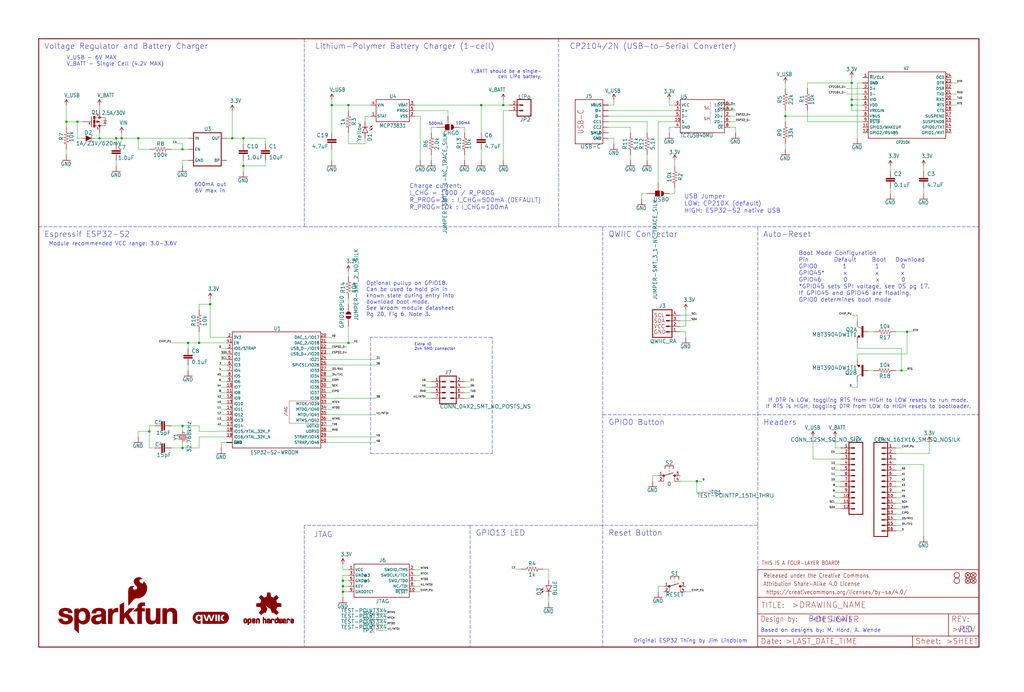
<source format=kicad_sch>
(kicad_sch (version 20211123) (generator eeschema)
  (paper "User" 470.306 317.906)
  (lib_symbols
    (symbol "schematicEagle-eagle-import:0.1UF-0402T-16V-10%"
      (property "Reference" "C" (at 1.524 2.921 0))
      (property "Value" "0.1UF-0402T-16V-10%" (at 1.524 -2.159 0))
      (symbol "0.1UF-0402T-16V-10%_1_0"
        (pin passive line (at 0 5.08 270) (length 2.54) (name "1") (number "1"))
        (pin passive line (at 0 -2.54 90) (length 2.54) (name "2") (number "2"))
      )
    )
    (symbol "schematicEagle-eagle-import:1.0UF-0402T-16V-10%"
      (property "Reference" "C" (at 1.524 2.921 0))
      (property "Value" "1.0UF-0402T-16V-10%" (at 1.524 -2.159 0))
      (symbol "1.0UF-0402T-16V-10%_1_0"
        (pin passive line (at 0 5.08 270) (length 2.54) (name "1") (number "1"))
        (pin passive line (at 0 -2.54 90) (length 2.54) (name "2") (number "2"))
      )
    )
    (symbol "schematicEagle-eagle-import:100KOHM-0402T-1{slash}16W-1%"
      (property "Reference" "R" (at 0 1.524 0))
      (property "Value" "100KOHM-0402T-1{slash}16W-1%" (at 0 -1.524 0))
      (symbol "100KOHM-0402T-1{slash}16W-1%_1_0"
        (pin passive line (at -5.08 0 0) (length 2.54) (name "1") (number "1"))
        (pin passive line (at 5.08 0 180) (length 2.54) (name "2") (number "2"))
      )
    )
    (symbol "schematicEagle-eagle-import:10KOHM-0402T-1{slash}16W-1%"
      (property "Reference" "R" (at 0 1.524 0))
      (property "Value" "10KOHM-0402T-1{slash}16W-1%" (at 0 -1.524 0))
      (symbol "10KOHM-0402T-1{slash}16W-1%_1_0"
        (pin passive line (at -5.08 0 0) (length 2.54) (name "1") (number "1"))
        (pin passive line (at 5.08 0 180) (length 2.54) (name "2") (number "2"))
      )
    )
    (symbol "schematicEagle-eagle-import:10UF-0402T-6.3V-20%"
      (property "Reference" "C" (at 1.524 2.921 0))
      (property "Value" "10UF-0402T-6.3V-20%" (at 1.524 -2.159 0))
      (symbol "10UF-0402T-6.3V-20%_1_0"
        (pin passive line (at 0 5.08 270) (length 2.54) (name "1") (number "1"))
        (pin passive line (at 0 -2.54 90) (length 2.54) (name "2") (number "2"))
      )
    )
    (symbol "schematicEagle-eagle-import:15PF-0402T-50V-5%"
      (property "Reference" "C" (at 1.524 2.921 0))
      (property "Value" "15PF-0402T-50V-5%" (at 1.524 -2.159 0))
      (symbol "15PF-0402T-50V-5%_1_0"
        (pin passive line (at 0 5.08 270) (length 2.54) (name "1") (number "1"))
        (pin passive line (at 0 -2.54 90) (length 2.54) (name "2") (number "2"))
      )
    )
    (symbol "schematicEagle-eagle-import:1KOHM-0402T-1{slash}16W-1%"
      (property "Reference" "R" (at 0 1.524 0))
      (property "Value" "1KOHM-0402T-1{slash}16W-1%" (at 0 -1.524 0))
      (symbol "1KOHM-0402T-1{slash}16W-1%_1_0"
        (pin passive line (at -5.08 0 0) (length 2.54) (name "1") (number "1"))
        (pin passive line (at 5.08 0 180) (length 2.54) (name "2") (number "2"))
      )
    )
    (symbol "schematicEagle-eagle-import:2.0KOHM1{slash}10W5%(0603)"
      (property "Reference" "R" (at 0 1.524 0))
      (property "Value" "2.0KOHM1{slash}10W5%(0603)" (at 0 -1.524 0))
      (symbol "2.0KOHM1{slash}10W5%(0603)_1_0"
        (pin passive line (at -5.08 0 0) (length 2.54) (name "1") (number "1"))
        (pin passive line (at 5.08 0 180) (length 2.54) (name "2") (number "2"))
      )
    )
    (symbol "schematicEagle-eagle-import:22KOHM-0402_TIGHT-1{slash}10W-1%"
      (property "Reference" "R" (at 0 1.524 0))
      (property "Value" "22KOHM-0402_TIGHT-1{slash}10W-1%" (at 0 -1.524 0))
      (symbol "22KOHM-0402_TIGHT-1{slash}10W-1%_1_0"
        (pin passive line (at -5.08 0 0) (length 2.54) (name "1") (number "1"))
        (pin passive line (at 5.08 0 180) (length 2.54) (name "2") (number "2"))
      )
    )
    (symbol "schematicEagle-eagle-import:3.3V" (power)
      (property "Value" "3.3V" (at 0 2.794 0))
      (symbol "3.3V_1_0"
        (pin power_in line (at 0 0 90) (length 2.54) (name "3.3V") (number "1"))
      )
    )
    (symbol "schematicEagle-eagle-import:33KOHM-0402T-1{slash}16W-1%"
      (property "Reference" "R" (at 0 1.524 0))
      (property "Value" "33KOHM-0402T-1{slash}16W-1%" (at 0 -1.524 0))
      (symbol "33KOHM-0402T-1{slash}16W-1%_1_0"
        (pin passive line (at -5.08 0 0) (length 2.54) (name "1") (number "1"))
        (pin passive line (at 5.08 0 180) (length 2.54) (name "2") (number "2"))
      )
    )
    (symbol "schematicEagle-eagle-import:4.7UF-0402_TIGHT-6.3V-20%-X5R"
      (property "Reference" "C" (at 1.524 2.921 0))
      (property "Value" "4.7UF-0402_TIGHT-6.3V-20%-X5R" (at 1.524 -2.159 0))
      (symbol "4.7UF-0402_TIGHT-6.3V-20%-X5R_1_0"
        (pin passive line (at 0 5.08 270) (length 2.54) (name "1") (number "1"))
        (pin passive line (at 0 -2.54 90) (length 2.54) (name "2") (number "2"))
      )
    )
    (symbol "schematicEagle-eagle-import:5.1KOHM-0402T-1{slash}16W-1%"
      (property "Reference" "R" (at 0 1.524 0))
      (property "Value" "5.1KOHM-0402T-1{slash}16W-1%" (at 0 -1.524 0))
      (symbol "5.1KOHM-0402T-1{slash}16W-1%_1_0"
        (pin passive line (at -5.08 0 0) (length 2.54) (name "1") (number "1"))
        (pin passive line (at 5.08 0 180) (length 2.54) (name "2") (number "2"))
      )
    )
    (symbol "schematicEagle-eagle-import:CONN_02-JST-2MM-SMT"
      (property "Reference" "J" (at -2.54 5.588 0))
      (property "Value" "CONN_02-JST-2MM-SMT" (at -2.54 -4.826 0))
      (symbol "CONN_02-JST-2MM-SMT_1_0"
        (pin passive line (at 7.62 2.54 180) (length 5.08) (name "2") (number "1"))
        (pin passive line (at 7.62 0 180) (length 5.08) (name "1") (number "2"))
      )
    )
    (symbol "schematicEagle-eagle-import:CONN_04X2_SMT_NO_POSTS_NS"
      (property "Reference" "J" (at -4.064 8.128 0))
      (property "Value" "CONN_04X2_SMT_NO_POSTS_NS" (at -3.81 -7.366 0))
      (symbol "CONN_04X2_SMT_NO_POSTS_NS_1_0"
        (pin passive line (at -7.62 5.08 0) (length 5.08) (name "1") (number "1"))
        (pin passive line (at 7.62 5.08 180) (length 5.08) (name "2") (number "2"))
        (pin passive line (at -7.62 2.54 0) (length 5.08) (name "3") (number "3"))
        (pin passive line (at 7.62 2.54 180) (length 5.08) (name "4") (number "4"))
        (pin passive line (at -7.62 0 0) (length 5.08) (name "5") (number "5"))
        (pin passive line (at 7.62 0 180) (length 5.08) (name "6") (number "6"))
        (pin passive line (at -7.62 -2.54 0) (length 5.08) (name "7") (number "7"))
        (pin passive line (at 7.62 -2.54 180) (length 5.08) (name "8") (number "8"))
      )
    )
    (symbol "schematicEagle-eagle-import:CONN_12SM_SQ_NO_SILK"
      (property "Reference" "J" (at 0 15.748 0))
      (property "Value" "CONN_12SM_SQ_NO_SILK" (at 0 -20.066 0))
      (symbol "CONN_12SM_SQ_NO_SILK_1_0"
        (pin passive line (at 10.16 -15.24 180) (length 5.08) (name "1") (number "1"))
        (pin passive line (at 10.16 7.62 180) (length 5.08) (name "10") (number "10"))
        (pin passive line (at 10.16 10.16 180) (length 5.08) (name "11") (number "11"))
        (pin passive line (at 10.16 12.7 180) (length 5.08) (name "12") (number "12"))
        (pin passive line (at 10.16 -12.7 180) (length 5.08) (name "2") (number "2"))
        (pin passive line (at 10.16 -10.16 180) (length 5.08) (name "3") (number "3"))
        (pin passive line (at 10.16 -7.62 180) (length 5.08) (name "4") (number "4"))
        (pin passive line (at 10.16 -5.08 180) (length 5.08) (name "5") (number "5"))
        (pin passive line (at 10.16 -2.54 180) (length 5.08) (name "6") (number "6"))
        (pin passive line (at 10.16 0 180) (length 5.08) (name "7") (number "7"))
        (pin passive line (at 10.16 2.54 180) (length 5.08) (name "8") (number "8"))
        (pin passive line (at 10.16 5.08 180) (length 5.08) (name "9") (number "9"))
      )
    )
    (symbol "schematicEagle-eagle-import:CONN_161X16_SM_SQ_NOSILK"
      (property "Reference" "J" (at 0 20.828 0))
      (property "Value" "CONN_161X16_SM_SQ_NOSILK" (at 0 -25.146 0))
      (symbol "CONN_161X16_SM_SQ_NOSILK_1_0"
        (pin passive line (at 10.16 -20.32 180) (length 5.08) (name "1") (number "1"))
        (pin passive line (at 10.16 2.54 180) (length 5.08) (name "10") (number "10"))
        (pin passive line (at 10.16 5.08 180) (length 5.08) (name "11") (number "11"))
        (pin passive line (at 10.16 7.62 180) (length 5.08) (name "12") (number "12"))
        (pin passive line (at 10.16 10.16 180) (length 5.08) (name "13") (number "13"))
        (pin passive line (at 10.16 12.7 180) (length 5.08) (name "14") (number "14"))
        (pin passive line (at 10.16 15.24 180) (length 5.08) (name "15") (number "15"))
        (pin passive line (at 10.16 17.78 180) (length 5.08) (name "16") (number "16"))
        (pin passive line (at 10.16 -17.78 180) (length 5.08) (name "2") (number "2"))
        (pin passive line (at 10.16 -15.24 180) (length 5.08) (name "3") (number "3"))
        (pin passive line (at 10.16 -12.7 180) (length 5.08) (name "4") (number "4"))
        (pin passive line (at 10.16 -10.16 180) (length 5.08) (name "5") (number "5"))
        (pin passive line (at 10.16 -7.62 180) (length 5.08) (name "6") (number "6"))
        (pin passive line (at 10.16 -5.08 180) (length 5.08) (name "7") (number "7"))
        (pin passive line (at 10.16 -2.54 180) (length 5.08) (name "8") (number "8"))
        (pin passive line (at 10.16 0 180) (length 5.08) (name "9") (number "9"))
      )
    )
    (symbol "schematicEagle-eagle-import:CORTEX_JTAG_DEBUG_PTH_NS"
      (property "Reference" "J" (at -12.7 7.874 0))
      (property "Value" "CORTEX_JTAG_DEBUG_PTH_NS" (at -12.7 -9.906 0))
      (symbol "CORTEX_JTAG_DEBUG_PTH_NS_1_0"
        (pin bidirectional line (at -15.24 5.08 0) (length 2.54) (name "VCC") (number "1"))
        (pin bidirectional line (at 15.24 -5.08 180) (length 2.54) (name "~{RESET}") (number "10"))
        (pin bidirectional line (at 15.24 5.08 180) (length 2.54) (name "SWDIO/TMS") (number "2"))
        (pin bidirectional line (at -15.24 2.54 0) (length 2.54) (name "GND@3") (number "3"))
        (pin bidirectional line (at 15.24 2.54 180) (length 2.54) (name "SWDCLK/TCK") (number "4"))
        (pin bidirectional line (at -15.24 0 0) (length 2.54) (name "GND@5") (number "5"))
        (pin bidirectional line (at 15.24 0 180) (length 2.54) (name "SWO/TDO") (number "6"))
        (pin bidirectional line (at -15.24 -2.54 0) (length 2.54) (name "KEY") (number "7"))
        (pin bidirectional line (at 15.24 -2.54 180) (length 2.54) (name "NC/TDI") (number "8"))
        (pin bidirectional line (at -15.24 -5.08 0) (length 2.54) (name "GNDDTCT") (number "9"))
      )
    )
    (symbol "schematicEagle-eagle-import:CP2102N"
      (property "Reference" "U" (at -17.78 17.78 0))
      (property "Value" "CP2102N" (at -17.78 15.748 0))
      (symbol "CP2102N_1_0"
        (pin bidirectional line (at -20.32 12.7 0) (length 2.54) (name "~{RI}/CLK") (number "1"))
        (pin bidirectional line (at -20.32 -10.16 0) (length 2.54) (name "GPIO3/WAKEUP") (number "11"))
        (pin bidirectional line (at -20.32 -12.7 0) (length 2.54) (name "GPIO2/RS485") (number "12"))
        (pin bidirectional line (at 20.32 -12.7 180) (length 2.54) (name "GPIO1/RXT") (number "13"))
        (pin bidirectional line (at 20.32 -10.16 180) (length 2.54) (name "GPIO0/TXT") (number "14"))
        (pin bidirectional line (at 20.32 -7.62 180) (length 2.54) (name "SUSPENDB") (number "15"))
        (pin bidirectional line (at 20.32 -5.08 180) (length 2.54) (name "SUSPEND") (number "17"))
        (pin bidirectional line (at 20.32 -2.54 180) (length 2.54) (name "CTS") (number "18"))
        (pin bidirectional line (at 20.32 0 180) (length 2.54) (name "RTS") (number "19"))
        (pin bidirectional line (at -20.32 10.16 0) (length 2.54) (name "GND") (number "2"))
        (pin bidirectional line (at 20.32 2.54 180) (length 2.54) (name "RXD") (number "20"))
        (pin bidirectional line (at 20.32 5.08 180) (length 2.54) (name "TXD") (number "21"))
        (pin bidirectional line (at 20.32 7.62 180) (length 2.54) (name "DSR") (number "22"))
        (pin bidirectional line (at 20.32 10.16 180) (length 2.54) (name "DTR") (number "23"))
        (pin bidirectional line (at 20.32 12.7 180) (length 2.54) (name "DCD") (number "24"))
        (pin bidirectional line (at -20.32 7.62 0) (length 2.54) (name "D+") (number "3"))
        (pin bidirectional line (at -20.32 5.08 0) (length 2.54) (name "D-") (number "4"))
        (pin bidirectional line (at -20.32 2.54 0) (length 2.54) (name "VIO") (number "5"))
        (pin bidirectional line (at -20.32 0 0) (length 2.54) (name "VDD") (number "6"))
        (pin bidirectional line (at -20.32 -2.54 0) (length 2.54) (name "VREGIN") (number "7"))
        (pin bidirectional line (at -20.32 -5.08 0) (length 2.54) (name "VBUS") (number "8"))
        (pin bidirectional line (at -20.32 -7.62 0) (length 2.54) (name "~{RSTB}") (number "9"))
        (pin bidirectional line (at -20.32 10.16 0) (length 2.54) (name "GND") (number "PAD"))
      )
    )
    (symbol "schematicEagle-eagle-import:CRYSTAL-32.768KHZSMD-3.2X1.5"
      (property "Reference" "Y" (at 0 2.032 0))
      (property "Value" "CRYSTAL-32.768KHZSMD-3.2X1.5" (at 0 -2.032 0))
      (symbol "CRYSTAL-32.768KHZSMD-3.2X1.5_1_0"
        (text "1" (at -2.159 -1.143 0) (effects (font (size 0.8636 0.734)) (justify left bottom)))
        (text "2" (at 1.524 -1.143 0) (effects (font (size 0.8636 0.734)) (justify left bottom)))
        (pin passive line (at -2.54 0 0) (length 0) (name "1") (number "P$1"))
        (pin passive line (at 2.54 0 180) (length 0) (name "2") (number "P$2"))
      )
    )
    (symbol "schematicEagle-eagle-import:DIODE-SCHOTTKY-BAT20J"
      (property "Reference" "D" (at -2.54 2.032 0))
      (property "Value" "DIODE-SCHOTTKY-BAT20J" (at -2.54 -2.032 0))
      (symbol "DIODE-SCHOTTKY-BAT20J_1_0"
        (pin passive line (at -2.54 0 0) (length 0) (name "A") (number "A"))
        (pin passive line (at 2.54 0 180) (length 0) (name "C") (number "C"))
      )
    )
    (symbol "schematicEagle-eagle-import:ESP32-S2-WROOM"
      (property "Reference" "U" (at -20.32 25.654 0))
      (property "Value" "ESP32-S2-WROOM" (at -20.32 -28.194 0))
      (symbol "ESP32-S2-WROOM_1_0"
        (text "JTAG" (at 5.08 -13.462 900) (effects (font (size 1.27 1.27)) (justify left bottom)))
        (pin bidirectional line (at -22.86 -25.4 0) (length 2.54) (name "GND") (number "1"))
        (pin bidirectional line (at -22.86 0 0) (length 2.54) (name "IO7") (number "10"))
        (pin bidirectional line (at -22.86 -2.54 0) (length 2.54) (name "IO8") (number "11"))
        (pin bidirectional line (at -22.86 -5.08 0) (length 2.54) (name "IO9") (number "12"))
        (pin bidirectional line (at -22.86 -7.62 0) (length 2.54) (name "IO10") (number "13"))
        (pin bidirectional line (at -22.86 -10.16 0) (length 2.54) (name "IO11") (number "14"))
        (pin bidirectional line (at -22.86 -12.7 0) (length 2.54) (name "IO12") (number "15"))
        (pin bidirectional line (at -22.86 -15.24 0) (length 2.54) (name "IO13") (number "16"))
        (pin bidirectional line (at -22.86 -17.78 0) (length 2.54) (name "IO14") (number "17"))
        (pin bidirectional line (at -22.86 -20.32 0) (length 2.54) (name "IO15/XTAL_32K_P") (number "18"))
        (pin bidirectional line (at -22.86 -22.86 0) (length 2.54) (name "IO16/XTAL_32K_N") (number "19"))
        (pin bidirectional line (at -22.86 22.86 0) (length 2.54) (name "3V3") (number "2"))
        (pin bidirectional line (at 22.86 22.86 180) (length 2.54) (name "DAC_1/IO17") (number "20"))
        (pin bidirectional line (at 22.86 20.32 180) (length 2.54) (name "DAC_2/IO18") (number "21"))
        (pin bidirectional line (at 22.86 17.78 180) (length 2.54) (name "USB_D-/IO19") (number "22"))
        (pin bidirectional line (at 22.86 15.24 180) (length 2.54) (name "USB_D+/IO20") (number "23"))
        (pin bidirectional line (at 22.86 12.7 180) (length 2.54) (name "IO21") (number "24"))
        (pin bidirectional line (at 22.86 10.16 180) (length 2.54) (name "SPICS1/IO26") (number "25"))
        (pin bidirectional line (at -22.86 -25.4 0) (length 2.54) (name "GND") (number "26"))
        (pin bidirectional line (at 22.86 7.62 180) (length 2.54) (name "IO33") (number "27"))
        (pin bidirectional line (at 22.86 5.08 180) (length 2.54) (name "IO34") (number "28"))
        (pin bidirectional line (at 22.86 2.54 180) (length 2.54) (name "IO35") (number "29"))
        (pin bidirectional line (at -22.86 17.78 0) (length 2.54) (name "IO0/STRAP") (number "3"))
        (pin bidirectional line (at 22.86 0 180) (length 2.54) (name "IO36") (number "30"))
        (pin bidirectional line (at 22.86 -2.54 180) (length 2.54) (name "IO37") (number "31"))
        (pin bidirectional line (at 22.86 -5.08 180) (length 2.54) (name "IO38") (number "32"))
        (pin bidirectional line (at 22.86 -7.62 180) (length 2.54) (name "MTCK/IO39") (number "33"))
        (pin bidirectional line (at 22.86 -10.16 180) (length 2.54) (name "MTDO/IO40") (number "34"))
        (pin bidirectional line (at 22.86 -12.7 180) (length 2.54) (name "MTDI/IO41") (number "35"))
        (pin bidirectional line (at 22.86 -15.24 180) (length 2.54) (name "MTMS/IO42") (number "36"))
        (pin bidirectional line (at 22.86 -17.78 180) (length 2.54) (name "U0TXD") (number "37"))
        (pin bidirectional line (at 22.86 -20.32 180) (length 2.54) (name "U0RXD") (number "38"))
        (pin bidirectional line (at 22.86 -22.86 180) (length 2.54) (name "STRAP/IO45") (number "39"))
        (pin bidirectional line (at -22.86 15.24 0) (length 2.54) (name "IO1") (number "4"))
        (pin bidirectional line (at 22.86 -25.4 180) (length 2.54) (name "STRAP/IO46") (number "40"))
        (pin bidirectional line (at -22.86 20.32 0) (length 2.54) (name "EN") (number "41"))
        (pin bidirectional line (at -22.86 -25.4 0) (length 2.54) (name "GND") (number "42"))
        (pin bidirectional line (at -22.86 12.7 0) (length 2.54) (name "IO2") (number "5"))
        (pin bidirectional line (at -22.86 10.16 0) (length 2.54) (name "IO3") (number "6"))
        (pin bidirectional line (at -22.86 7.62 0) (length 2.54) (name "IO4") (number "7"))
        (pin bidirectional line (at -22.86 5.08 0) (length 2.54) (name "IO5") (number "8"))
        (pin bidirectional line (at -22.86 2.54 0) (length 2.54) (name "IO6") (number "9"))
        (pin bidirectional line (at -22.86 -25.4 0) (length 2.54) (name "GND") (number "GNDEP0"))
        (pin bidirectional line (at -22.86 -25.4 0) (length 2.54) (name "GND") (number "GNDEP1"))
        (pin bidirectional line (at -22.86 -25.4 0) (length 2.54) (name "GND") (number "GNDEP2"))
        (pin bidirectional line (at -22.86 -25.4 0) (length 2.54) (name "GND") (number "GNDEP3"))
        (pin bidirectional line (at -22.86 -25.4 0) (length 2.54) (name "GND") (number "GNDEP4"))
        (pin bidirectional line (at -22.86 -25.4 0) (length 2.54) (name "GND") (number "GNDEP5"))
        (pin bidirectional line (at -22.86 -25.4 0) (length 2.54) (name "GND") (number "GNDEP6"))
        (pin bidirectional line (at -22.86 -25.4 0) (length 2.54) (name "GND") (number "GNDEP7"))
        (pin bidirectional line (at -22.86 -25.4 0) (length 2.54) (name "GND") (number "GNDEP8"))
      )
    )
    (symbol "schematicEagle-eagle-import:FIDUCIALUFIDUCIAL")
    (symbol "schematicEagle-eagle-import:FOUR_LAYER_WARNING"
      (symbol "FOUR_LAYER_WARNING_1_0"
        (text "THIS IS A FOUR-LAYER BOARD!" (at 0 0 0) (effects (font (size 1.778 1.5113)) (justify left bottom)))
      )
    )
    (symbol "schematicEagle-eagle-import:FRAME-LEDGER"
      (symbol "FRAME-LEDGER_2_0"
        (text " https://creativecommons.org/licenses/by-sa/4.0/" (at 2.54 24.13 0) (effects (font (size 1.9304 1.6408)) (justify left bottom)))
        (text ">DESIGNER" (at 23.114 11.176 0) (effects (font (size 2.7432 2.7432)) (justify left bottom)))
        (text ">DRAWING_NAME" (at 15.494 17.78 0) (effects (font (size 2.7432 2.7432)) (justify left bottom)))
        (text ">LAST_DATE_TIME" (at 12.7 1.27 0) (effects (font (size 2.54 2.54)) (justify left bottom)))
        (text ">REV" (at 88.9 6.604 0) (effects (font (size 2.7432 2.7432)) (justify left bottom)))
        (text ">SHEET" (at 86.36 1.27 0) (effects (font (size 2.54 2.54)) (justify left bottom)))
        (text "Attribution Share-Alike 4.0 License" (at 2.54 27.94 0) (effects (font (size 1.9304 1.6408)) (justify left bottom)))
        (text "Date:" (at 1.27 1.27 0) (effects (font (size 2.54 2.54)) (justify left bottom)))
        (text "Design by:" (at 1.27 11.43 0) (effects (font (size 2.54 2.159)) (justify left bottom)))
        (text "Released under the Creative Commons" (at 2.54 31.75 0) (effects (font (size 1.9304 1.6408)) (justify left bottom)))
        (text "REV:" (at 88.9 11.43 0) (effects (font (size 2.54 2.54)) (justify left bottom)))
        (text "Sheet:" (at 72.39 1.27 0) (effects (font (size 2.54 2.54)) (justify left bottom)))
        (text "TITLE:" (at 1.524 17.78 0) (effects (font (size 2.54 2.54)) (justify left bottom)))
      )
    )
    (symbol "schematicEagle-eagle-import:GND" (power)
      (property "Value" "GND" (at 0 -0.254 0))
      (symbol "GND_1_0"
        (pin power_in line (at 0 2.54 270) (length 2.54) (name "GND") (number "1"))
      )
    )
    (symbol "schematicEagle-eagle-import:JUMPER-SMT_2_NO_SILK"
      (property "Reference" "JP" (at -2.54 2.54 0))
      (property "Value" "JUMPER-SMT_2_NO_SILK" (at -2.54 -2.54 0))
      (symbol "JUMPER-SMT_2_NO_SILK_1_0"
        (pin passive line (at -5.08 0 0) (length 2.54) (name "1") (number "1"))
        (pin passive line (at 5.08 0 180) (length 2.54) (name "2") (number "2"))
      )
    )
    (symbol "schematicEagle-eagle-import:JUMPER-SMT_3_1-NC_TRACE_SILK"
      (property "Reference" "JP" (at 2.54 0.381 0))
      (property "Value" "JUMPER-SMT_3_1-NC_TRACE_SILK" (at 2.54 -0.381 0))
      (symbol "JUMPER-SMT_3_1-NC_TRACE_SILK_1_0"
        (pin passive line (at 0 5.08 270) (length 2.54) (name "1") (number "1"))
        (pin passive line (at -5.08 0 0) (length 2.54) (name "2") (number "2"))
        (pin passive line (at 0 -5.08 90) (length 2.54) (name "3") (number "3"))
      )
    )
    (symbol "schematicEagle-eagle-import:LED-BLUE0603"
      (property "Reference" "D" (at -3.429 -4.572 90))
      (property "Value" "LED-BLUE0603" (at 1.905 -4.572 90))
      (symbol "LED-BLUE0603_1_0"
        (pin passive line (at 0 2.54 270) (length 2.54) (name "A") (number "A"))
        (pin passive line (at 0 -5.08 90) (length 2.54) (name "C") (number "C"))
      )
    )
    (symbol "schematicEagle-eagle-import:LED-YELLOW0603"
      (property "Reference" "D" (at -3.429 -4.572 90))
      (property "Value" "LED-YELLOW0603" (at 1.905 -4.572 90))
      (symbol "LED-YELLOW0603_1_0"
        (pin passive line (at 0 2.54 270) (length 2.54) (name "A") (number "A"))
        (pin passive line (at 0 -5.08 90) (length 2.54) (name "C") (number "C"))
      )
    )
    (symbol "schematicEagle-eagle-import:MCP73831"
      (property "Reference" "U" (at -7.62 5.588 0))
      (property "Value" "MCP73831" (at -7.62 -7.62 0))
      (symbol "MCP73831_1_0"
        (pin output line (at -10.16 -2.54 0) (length 2.54) (name "STAT") (number "1"))
        (pin power_in line (at 10.16 -2.54 180) (length 2.54) (name "VSS") (number "2"))
        (pin power_in line (at 10.16 2.54 180) (length 2.54) (name "VBAT") (number "3"))
        (pin power_in line (at -10.16 2.54 0) (length 2.54) (name "VIN") (number "4"))
        (pin input line (at 10.16 0 180) (length 2.54) (name "PROG") (number "5"))
      )
    )
    (symbol "schematicEagle-eagle-import:MOMENTARY-SWITCH-SPST-2-SMD-4.6X2.8MM"
      (property "Reference" "S" (at 0 4.826 0))
      (property "Value" "MOMENTARY-SWITCH-SPST-2-SMD-4.6X2.8MM" (at 0 -2.794 0))
      (symbol "MOMENTARY-SWITCH-SPST-2-SMD-4.6X2.8MM_1_0"
        (pin passive line (at -5.08 0 0) (length 2.54) (name "1") (number "1"))
        (pin passive line (at -5.08 -2.54 0) (length 2.54) (name "2") (number "2"))
        (pin passive line (at 5.08 0 180) (length 2.54) (name "3") (number "3"))
        (pin passive line (at 5.08 -2.54 180) (length 2.54) (name "4") (number "4"))
      )
    )
    (symbol "schematicEagle-eagle-import:MOSFET-PCHANNELDMG2307L"
      (property "Reference" "Q" (at 5.08 2.54 0))
      (property "Value" "MOSFET-PCHANNELDMG2307L" (at 5.08 0 0))
      (symbol "MOSFET-PCHANNELDMG2307L_1_0"
        (text "D" (at -1.27 2.54 0) (effects (font (size 0.8128 0.6908)) (justify left bottom)))
        (text "G" (at -5.08 -1.27 0) (effects (font (size 0.8128 0.6908)) (justify left bottom)))
        (text "S" (at -1.27 -3.556 0) (effects (font (size 0.8128 0.6908)) (justify left bottom)))
        (pin passive line (at -7.62 0 0) (length 2.54) (name "G") (number "1"))
        (pin passive line (at 0 -5.08 90) (length 2.54) (name "S") (number "2"))
        (pin passive line (at 0 5.08 270) (length 2.54) (name "D") (number "3"))
      )
    )
    (symbol "schematicEagle-eagle-import:OSHW-LOGOMINI")
    (symbol "schematicEagle-eagle-import:QWIIC_CONNECTORJS-1MM"
      (property "Reference" "J" (at -5.08 7.874 0))
      (property "Value" "QWIIC_CONNECTORJS-1MM" (at -5.08 -5.334 0))
      (symbol "QWIIC_CONNECTORJS-1MM_1_0"
        (text "GND" (at -4.572 -2.54 0) (effects (font (size 1.778 1.778)) (justify left)))
        (text "SCL" (at -4.572 5.08 0) (effects (font (size 1.778 1.778)) (justify left)))
        (text "SDA" (at -4.572 2.54 0) (effects (font (size 1.778 1.778)) (justify left)))
        (text "VCC" (at -4.572 0 0) (effects (font (size 1.778 1.778)) (justify left)))
        (pin power_in line (at 7.62 -2.54 180) (length 5.08) (name "1") (number "1"))
        (pin power_in line (at 7.62 0 180) (length 5.08) (name "2") (number "2"))
        (pin passive line (at 7.62 2.54 180) (length 5.08) (name "3") (number "3"))
        (pin passive line (at 7.62 5.08 180) (length 5.08) (name "4") (number "4"))
      )
    )
    (symbol "schematicEagle-eagle-import:QWIIC_LOGO_4MM")
    (symbol "schematicEagle-eagle-import:SFE_LOGO_FLAME.1_INCH")
    (symbol "schematicEagle-eagle-import:SFE_LOGO_NAME_FLAME.1_INCH")
    (symbol "schematicEagle-eagle-import:STAND-OFF")
    (symbol "schematicEagle-eagle-import:TC7USB40MU"
      (property "Value" "TC7USB40MU" (at -10.16 -7.874 0))
      (symbol "TC7USB40MU_1_0"
        (text "S:H" (at 2.032 -1.143 0) (effects (font (size 1.27 1.0795))))
        (text "S:L" (at 2.159 3.81 0) (effects (font (size 1.27 1.0795))))
        (pin bidirectional line (at 12.7 5.08 180) (length 2.54) (name "1D+") (number "1"))
        (pin bidirectional line (at -12.7 -2.54 0) (length 2.54) (name "S") (number "10"))
        (pin bidirectional line (at 12.7 0 180) (length 2.54) (name "2D+") (number "2"))
        (pin bidirectional line (at -12.7 2.54 0) (length 2.54) (name "D+") (number "3"))
        (pin bidirectional line (at -12.7 -5.08 0) (length 2.54) (name "GND") (number "4"))
        (pin bidirectional line (at -12.7 0 0) (length 2.54) (name "D-") (number "5"))
        (pin bidirectional line (at 12.7 -2.54 180) (length 2.54) (name "2D-") (number "6"))
        (pin bidirectional line (at 12.7 2.54 180) (length 2.54) (name "1D-") (number "7"))
        (pin bidirectional line (at 12.7 -5.08 180) (length 2.54) (name "~{OE}") (number "8"))
        (pin bidirectional line (at -12.7 5.08 0) (length 2.54) (name "VCC") (number "9"))
      )
    )
    (symbol "schematicEagle-eagle-import:TEST-POINT3X4"
      (property "Reference" "TP" (at -2.54 2.54 0))
      (property "Value" "TEST-POINT3X4" (at -2.54 -2.54 0))
      (symbol "TEST-POINT3X4_1_0"
        (pin bidirectional line (at 0 0 180) (length 0) (name "1") (number "P$1"))
      )
    )
    (symbol "schematicEagle-eagle-import:TEST-POINTTP_15TH_THRU"
      (property "Reference" "TP" (at -2.54 2.54 0))
      (property "Value" "TEST-POINTTP_15TH_THRU" (at -2.54 -2.54 0))
      (symbol "TEST-POINTTP_15TH_THRU_1_0"
        (pin bidirectional line (at 0 0 180) (length 0) (name "1") (number "P$1"))
      )
    )
    (symbol "schematicEagle-eagle-import:TRANS_NPN_DUAL-MBT3904DW1T1"
      (property "Reference" "Q" (at 2.54 0 0))
      (property "Value" "TRANS_NPN_DUAL-MBT3904DW1T1" (at 2.54 -2.286 0))
      (symbol "TRANS_NPN_DUAL-MBT3904DW1T1_1_0"
        (pin passive line (at 2.54 5.08 270) (length 2.54) (name "C") (number "3"))
        (pin passive line (at 2.54 -5.08 90) (length 2.54) (name "E") (number "4"))
        (pin passive line (at -2.54 0 0) (length 2.54) (name "B") (number "5"))
      )
      (symbol "TRANS_NPN_DUAL-MBT3904DW1T1_2_0"
        (pin passive line (at 2.54 -5.08 90) (length 2.54) (name "E") (number "1"))
        (pin passive line (at -2.54 0 0) (length 2.54) (name "B") (number "2"))
        (pin passive line (at 2.54 5.08 270) (length 2.54) (name "C") (number "6"))
      )
    )
    (symbol "schematicEagle-eagle-import:USB_C_4-LAYER-ISOLATED"
      (property "Reference" "J" (at -2.54 10.414 0))
      (property "Value" "USB_C_4-LAYER-ISOLATED" (at -2.54 -12.446 0))
      (symbol "USB_C_4-LAYER-ISOLATED_1_0"
        (text "USB-C" (at 0 0 900) (effects (font (size 2.54 2.159))))
        (pin bidirectional line (at 12.7 0 180) (length 2.54) (name "CC1") (number "A5"))
        (pin bidirectional line (at 12.7 5.08 180) (length 2.54) (name "D+") (number "A6"))
        (pin bidirectional line (at 12.7 2.54 180) (length 2.54) (name "D-") (number "A7"))
        (pin bidirectional line (at 12.7 -2.54 180) (length 2.54) (name "CC2") (number "B5"))
        (pin bidirectional line (at 12.7 5.08 180) (length 2.54) (name "D+") (number "B6"))
        (pin bidirectional line (at 12.7 2.54 180) (length 2.54) (name "D-") (number "B7"))
        (pin bidirectional line (at 12.7 -7.62 180) (length 2.54) (name "GND") (number "GND"))
        (pin bidirectional line (at 12.7 -7.62 180) (length 2.54) (name "GND") (number "GND2"))
        (pin bidirectional line (at 12.7 -5.08 180) (length 2.54) (name "SHLD") (number "SHLD1"))
        (pin bidirectional line (at 12.7 -5.08 180) (length 2.54) (name "SHLD") (number "SHLD2"))
        (pin bidirectional line (at 12.7 -5.08 180) (length 2.54) (name "SHLD") (number "SHLD3"))
        (pin bidirectional line (at 12.7 -5.08 180) (length 2.54) (name "SHLD") (number "SHLD4"))
        (pin bidirectional line (at 12.7 -5.08 180) (length 2.54) (name "SHLD") (number "SHLD5"))
        (pin bidirectional line (at 12.7 -5.08 180) (length 2.54) (name "SHLD") (number "SHLD6"))
        (pin bidirectional line (at 12.7 -5.08 180) (length 2.54) (name "SHLD") (number "SHLD7"))
        (pin bidirectional line (at 12.7 -5.08 180) (length 2.54) (name "SHLD") (number "SHLD8"))
        (pin bidirectional line (at 12.7 7.62 180) (length 2.54) (name "VBUS") (number "VBUS1"))
        (pin bidirectional line (at 12.7 7.62 180) (length 2.54) (name "VBUS") (number "VBUS2"))
      )
    )
    (symbol "schematicEagle-eagle-import:VIN" (power)
      (property "Value" "VIN" (at -1.016 3.556 0))
      (symbol "VIN_1_0"
        (pin power_in line (at 0 0 90) (length 2.54) (name "VIN") (number "1"))
      )
    )
    (symbol "schematicEagle-eagle-import:V_BATT" (power)
      (property "Value" "V_BATT" (at -1.016 3.556 0))
      (symbol "V_BATT_1_0"
        (pin power_in line (at 0 0 90) (length 2.54) (name "V_BATT") (number "1"))
      )
    )
    (symbol "schematicEagle-eagle-import:V_REG_LDOSMD"
      (property "Reference" "U" (at -7.62 9.144 0))
      (property "Value" "V_REG_LDOSMD" (at -7.62 -11.43 0))
      (symbol "V_REG_LDOSMD_1_0"
        (pin input line (at -10.16 5.08 0) (length 2.54) (name "IN") (number "1"))
        (pin input line (at -10.16 -5.08 0) (length 2.54) (name "GND") (number "2"))
        (pin input line (at -10.16 0 0) (length 2.54) (name "EN") (number "3"))
        (pin input line (at 7.62 -5.08 180) (length 2.54) (name "BP") (number "4"))
        (pin passive line (at 7.62 5.08 180) (length 2.54) (name "OUT") (number "5"))
      )
    )
    (symbol "schematicEagle-eagle-import:V_USB" (power)
      (property "Value" "V_USB" (at -1.016 3.556 0))
      (symbol "V_USB_1_0"
        (pin power_in line (at 0 0 90) (length 2.54) (name "V_USB") (number "1"))
      )
    )
  )
  (junction (at 157.48 271.78))
  (junction (at 83.82 195.58))
  (junction (at 416.56 152.4))
  (junction (at 157.48 266.7))
  (junction (at 83.82 205.74))
  (junction (at 320.04 220.98))
  (junction (at 157.48 269.24))
  (junction (at 220.98 48.26))
  (junction (at 160.02 157.48))
  (junction (at 360.68 53.34))
  (junction (at 96.52 139.7))
  (junction (at 414.02 170.18))
  (junction (at 160.02 48.26))
  (junction (at 106.68 63.5))
  (junction (at 30.48 55.88))
  (junction (at 45.72 63.5))
  (junction (at 55.88 63.5))
  (junction (at 91.44 157.48))
  (junction (at 53.34 63.5))
  (junction (at 86.36 157.48))
  (junction (at 35.56 55.88))
  (junction (at 111.76 63.5))
  (junction (at 152.4 48.26))
  (junction (at 68.58 198.12))
  (junction (at 391.16 38.1))
  (junction (at 111.76 76.2))
  (junction (at 391.16 45.72))
  (junction (at 83.82 68.58))
  (junction (at 63.5 63.5))
  (junction (at 231.14 48.26))
  (junction (at 391.16 48.26))
  (wire (pts (xy 231.14 48.26) (xy 231.14 45.72)))
  (wire (pts (xy 416.56 162.56) (xy 416.56 152.4)))
  (wire (pts (xy 104.14 167.64) (xy 101.6 167.64)))
  (wire (pts (xy 239.268 261.366) (xy 236.728 261.366)))
  (wire (pts (xy 157.48 259.08) (xy 157.48 261.62)))
  (wire (pts (xy 411.48 236.22) (xy 414.02 236.22)))
  (wire (pts (xy 393.7 165.1) (xy 393.7 162.56)))
  (wire (pts (xy 213.36 71.12) (xy 213.36 73.66)))
  (wire (pts (xy 175.26 287.02) (xy 177.8 287.02)))
  (wire (pts (xy 91.44 157.48) (xy 91.44 152.4)))
  (wire (pts (xy 386.08 218.44) (xy 383.54 218.44)))
  (polyline (pts (xy 139.7 241.3) (xy 139.7 297.18)))
  (wire (pts (xy 190.5 53.34) (xy 193.04 53.34)))
  (wire (pts (xy 312.42 144.78) (xy 317.5 144.78)))
  (wire (pts (xy 190.5 271.78) (xy 193.04 271.78)))
  (wire (pts (xy 386.08 220.98) (xy 383.54 220.98)))
  (wire (pts (xy 86.36 68.58) (xy 83.82 68.58)))
  (wire (pts (xy 386.08 233.68) (xy 383.54 233.68)))
  (polyline (pts (xy 276.86 241.3) (xy 215.9 241.3)))
  (wire (pts (xy 160.02 50.8) (xy 160.02 48.26)))
  (wire (pts (xy 279.4 53.34) (xy 309.88 53.34)))
  (wire (pts (xy 386.08 205.74) (xy 383.54 205.74)))
  (wire (pts (xy 396.24 48.26) (xy 391.16 48.26)))
  (wire (pts (xy 157.48 271.78) (xy 157.48 274.32)))
  (wire (pts (xy 157.48 269.24) (xy 157.48 271.78)))
  (polyline (pts (xy 17.78 104.14) (xy 139.7 104.14)))
  (wire (pts (xy 38.1 55.88) (xy 35.56 55.88)))
  (wire (pts (xy 251.968 266.446) (xy 251.968 261.366)))
  (wire (pts (xy 160.02 127) (xy 160.02 124.46)))
  (wire (pts (xy 160.02 264.16) (xy 157.48 264.16)))
  (wire (pts (xy 30.48 58.42) (xy 30.48 55.88)))
  (wire (pts (xy 414.02 160.02) (xy 393.7 160.02)))
  (wire (pts (xy 304.8 269.24) (xy 302.26 269.24)))
  (wire (pts (xy 360.68 53.34) (xy 360.68 50.8)))
  (polyline (pts (xy 347.98 241.3) (xy 276.86 241.3)))
  (wire (pts (xy 220.98 73.66) (xy 220.98 68.58)))
  (wire (pts (xy 149.86 200.66) (xy 172.72 200.66)))
  (wire (pts (xy 393.7 162.56) (xy 416.56 162.56)))
  (wire (pts (xy 53.34 73.66) (xy 53.34 76.2)))
  (wire (pts (xy 426.72 208.28) (xy 426.72 203.2)))
  (polyline (pts (xy 215.9 241.3) (xy 139.7 241.3)))
  (wire (pts (xy 160.02 139.7) (xy 160.02 137.16)))
  (wire (pts (xy 393.7 147.32) (xy 393.7 144.78)))
  (wire (pts (xy 281.94 48.26) (xy 279.4 48.26)))
  (wire (pts (xy 175.26 289.56) (xy 177.8 289.56)))
  (wire (pts (xy 149.86 195.58) (xy 152.4 195.58)))
  (wire (pts (xy 149.86 177.8) (xy 152.4 177.8)))
  (wire (pts (xy 35.56 63.5) (xy 38.1 63.5)))
  (wire (pts (xy 370.84 55.88) (xy 370.84 50.8)))
  (wire (pts (xy 104.14 203.2) (xy 101.6 203.2)))
  (wire (pts (xy 391.16 50.8) (xy 391.16 48.26)))
  (wire (pts (xy 391.16 45.72) (xy 396.24 45.72)))
  (wire (pts (xy 391.16 35.56) (xy 391.16 38.1)))
  (wire (pts (xy 411.48 243.84) (xy 414.02 243.84)))
  (wire (pts (xy 411.48 238.76) (xy 414.02 238.76)))
  (wire (pts (xy 160.02 157.48) (xy 160.02 149.86)))
  (wire (pts (xy 91.44 139.7) (xy 91.44 142.24)))
  (wire (pts (xy 231.14 50.8) (xy 231.14 73.66)))
  (wire (pts (xy 157.48 266.7) (xy 157.48 269.24)))
  (wire (pts (xy 312.42 152.4) (xy 314.96 152.4)))
  (wire (pts (xy 149.86 154.94) (xy 152.4 154.94)))
  (wire (pts (xy 198.12 177.8) (xy 195.58 177.8)))
  (wire (pts (xy 121.92 63.5) (xy 121.92 66.04)))
  (wire (pts (xy 190.5 50.8) (xy 205.74 50.8)))
  (wire (pts (xy 91.44 205.74) (xy 83.82 205.74)))
  (wire (pts (xy 411.48 220.98) (xy 414.02 220.98)))
  (wire (pts (xy 149.86 162.56) (xy 152.4 162.56)))
  (wire (pts (xy 149.86 203.2) (xy 172.72 203.2)))
  (wire (pts (xy 149.86 175.26) (xy 152.4 175.26)))
  (wire (pts (xy 63.5 68.58) (xy 63.5 63.5)))
  (wire (pts (xy 314.96 152.4) (xy 314.96 154.94)))
  (wire (pts (xy 86.36 157.48) (xy 78.74 157.48)))
  (wire (pts (xy 96.52 139.7) (xy 96.52 154.94)))
  (wire (pts (xy 104.14 182.88) (xy 101.6 182.88)))
  (wire (pts (xy 104.14 162.56) (xy 101.6 162.56)))
  (wire (pts (xy 411.48 170.18) (xy 414.02 170.18)))
  (wire (pts (xy 436.88 38.1) (xy 439.42 38.1)))
  (wire (pts (xy 53.34 66.04) (xy 53.34 63.5)))
  (wire (pts (xy 411.48 205.74) (xy 414.02 205.74)))
  (wire (pts (xy 86.36 170.18) (xy 86.36 167.64)))
  (wire (pts (xy 104.14 175.26) (xy 101.6 175.26)))
  (wire (pts (xy 312.42 149.86) (xy 314.96 149.86)))
  (wire (pts (xy 198.12 175.26) (xy 195.58 175.26)))
  (wire (pts (xy 401.32 152.4) (xy 398.78 152.4)))
  (polyline (pts (xy 170.18 154.94) (xy 170.18 208.28)))
  (wire (pts (xy 83.82 66.04) (xy 83.82 68.58)))
  (wire (pts (xy 104.14 157.48) (xy 91.44 157.48)))
  (polyline (pts (xy 139.7 104.14) (xy 256.54 104.14)))
  (wire (pts (xy 190.5 269.24) (xy 193.04 269.24)))
  (wire (pts (xy 386.08 231.14) (xy 383.54 231.14)))
  (wire (pts (xy 416.56 152.4) (xy 419.1 152.4)))
  (polyline (pts (xy 347.98 104.14) (xy 449.58 104.14)))
  (wire (pts (xy 360.68 55.88) (xy 360.68 53.34)))
  (wire (pts (xy 167.64 53.34) (xy 167.64 55.88)))
  (polyline (pts (xy 276.86 190.5) (xy 276.86 241.3)))
  (wire (pts (xy 35.56 55.88) (xy 30.48 55.88)))
  (polyline (pts (xy 276.86 190.5) (xy 276.86 104.14)))
  (wire (pts (xy 320.04 220.98) (xy 322.58 220.98)))
  (polyline (pts (xy 256.54 17.78) (xy 256.54 104.14)))
  (wire (pts (xy 83.82 73.66) (xy 83.82 76.2)))
  (wire (pts (xy 231.14 48.26) (xy 233.68 48.26)))
  (wire (pts (xy 170.18 48.26) (xy 160.02 48.26)))
  (wire (pts (xy 160.02 66.04) (xy 160.02 60.96)))
  (wire (pts (xy 104.14 160.02) (xy 101.6 160.02)))
  (wire (pts (xy 96.52 139.7) (xy 91.44 139.7)))
  (wire (pts (xy 30.48 48.26) (xy 30.48 55.88)))
  (wire (pts (xy 160.02 48.26) (xy 152.4 48.26)))
  (wire (pts (xy 53.34 63.5) (xy 55.88 63.5)))
  (wire (pts (xy 386.08 213.36) (xy 383.54 213.36)))
  (wire (pts (xy 411.48 228.6) (xy 414.02 228.6)))
  (wire (pts (xy 198.12 58.42) (xy 198.12 60.96)))
  (wire (pts (xy 149.86 172.72) (xy 152.4 172.72)))
  (wire (pts (xy 335.28 53.34) (xy 337.82 53.34)))
  (wire (pts (xy 35.56 55.88) (xy 35.56 63.5)))
  (wire (pts (xy 386.08 226.06) (xy 383.54 226.06)))
  (wire (pts (xy 104.14 165.1) (xy 101.6 165.1)))
  (wire (pts (xy 71.12 205.74) (xy 68.58 205.74)))
  (wire (pts (xy 297.18 73.66) (xy 297.18 71.12)))
  (wire (pts (xy 213.36 177.8) (xy 215.9 177.8)))
  (wire (pts (xy 386.08 215.9) (xy 383.54 215.9)))
  (wire (pts (xy 309.88 88.9) (xy 307.34 88.9)))
  (wire (pts (xy 190.5 266.7) (xy 193.04 266.7)))
  (wire (pts (xy 396.24 55.88) (xy 370.84 55.88)))
  (wire (pts (xy 309.88 73.66) (xy 309.88 76.2)))
  (wire (pts (xy 149.86 182.88) (xy 172.72 182.88)))
  (wire (pts (xy 167.64 63.5) (xy 167.64 66.04)))
  (wire (pts (xy 294.64 88.9) (xy 294.64 91.44)))
  (wire (pts (xy 86.36 160.02) (xy 86.36 157.48)))
  (wire (pts (xy 149.86 160.02) (xy 152.4 160.02)))
  (wire (pts (xy 411.48 152.4) (xy 416.56 152.4)))
  (wire (pts (xy 45.72 48.26) (xy 45.72 50.8)))
  (wire (pts (xy 104.14 190.5) (xy 101.6 190.5)))
  (polyline (pts (xy 347.98 261.62) (xy 347.98 241.3)))
  (wire (pts (xy 436.88 48.26) (xy 439.42 48.26)))
  (wire (pts (xy 106.68 63.5) (xy 111.76 63.5)))
  (wire (pts (xy 309.88 58.42) (xy 307.34 58.42)))
  (wire (pts (xy 68.58 198.12) (xy 68.58 205.74)))
  (wire (pts (xy 396.24 50.8) (xy 391.16 50.8)))
  (wire (pts (xy 289.56 58.42) (xy 279.4 58.42)))
  (wire (pts (xy 91.44 157.48) (xy 86.36 157.48)))
  (wire (pts (xy 149.86 167.64) (xy 172.72 167.64)))
  (wire (pts (xy 83.82 195.58) (xy 83.82 198.12)))
  (polyline (pts (xy 215.9 241.3) (xy 215.9 297.18)))
  (polyline (pts (xy 170.18 208.28) (xy 226.06 208.28)))
  (wire (pts (xy 160.02 271.78) (xy 157.48 271.78)))
  (wire (pts (xy 160.02 266.7) (xy 157.48 266.7)))
  (wire (pts (xy 289.56 60.96) (xy 289.56 58.42)))
  (wire (pts (xy 279.4 50.8) (xy 309.88 50.8)))
  (wire (pts (xy 152.4 48.26) (xy 152.4 60.96)))
  (wire (pts (xy 386.08 223.52) (xy 383.54 223.52)))
  (wire (pts (xy 213.36 58.42) (xy 210.82 58.42)))
  (wire (pts (xy 360.68 66.04) (xy 360.68 68.58)))
  (wire (pts (xy 63.5 200.66) (xy 63.5 198.12)))
  (wire (pts (xy 314.96 271.78) (xy 317.5 271.78)))
  (wire (pts (xy 320.04 226.06) (xy 322.58 226.06)))
  (wire (pts (xy 68.58 195.58) (xy 68.58 198.12)))
  (wire (pts (xy 424.18 213.36) (xy 424.18 246.38)))
  (wire (pts (xy 337.82 60.96) (xy 337.82 58.42)))
  (wire (pts (xy 335.28 55.88) (xy 337.82 55.88)))
  (wire (pts (xy 320.04 220.98) (xy 320.04 226.06)))
  (polyline (pts (xy 276.86 190.5) (xy 347.98 190.5)))
  (wire (pts (xy 393.7 177.8) (xy 393.7 175.26)))
  (wire (pts (xy 307.34 58.42) (xy 307.34 60.96)))
  (wire (pts (xy 104.14 172.72) (xy 101.6 172.72)))
  (wire (pts (xy 190.5 261.62) (xy 193.04 261.62)))
  (wire (pts (xy 388.62 43.18) (xy 396.24 43.18)))
  (wire (pts (xy 281.94 48.26) (xy 281.94 45.72)))
  (wire (pts (xy 312.42 147.32) (xy 317.5 147.32)))
  (wire (pts (xy 63.5 198.12) (xy 68.58 198.12)))
  (wire (pts (xy 149.86 190.5) (xy 172.72 190.5)))
  (wire (pts (xy 157.48 261.62) (xy 160.02 261.62)))
  (wire (pts (xy 55.88 63.5) (xy 55.88 60.96)))
  (polyline (pts (xy 347.98 241.3) (xy 347.98 190.5)))
  (wire (pts (xy 386.08 210.82) (xy 373.38 210.82)))
  (wire (pts (xy 104.14 198.12) (xy 91.44 198.12)))
  (wire (pts (xy 86.36 63.5) (xy 63.5 63.5)))
  (wire (pts (xy 289.56 73.66) (xy 289.56 71.12)))
  (wire (pts (xy 104.14 180.34) (xy 101.6 180.34)))
  (wire (pts (xy 231.14 50.8) (xy 233.68 50.8)))
  (wire (pts (xy 149.86 198.12) (xy 152.4 198.12)))
  (wire (pts (xy 111.76 76.2) (xy 111.76 73.66)))
  (wire (pts (xy 370.84 40.64) (xy 370.84 38.1)))
  (wire (pts (xy 86.36 73.66) (xy 83.82 73.66)))
  (wire (pts (xy 360.68 40.64) (xy 360.68 38.1)))
  (wire (pts (xy 393.7 144.78) (xy 391.16 144.78)))
  (polyline (pts (xy 276.86 104.14) (xy 347.98 104.14)))
  (wire (pts (xy 45.72 63.5) (xy 53.34 63.5)))
  (wire (pts (xy 309.88 55.88) (xy 302.26 55.88)))
  (wire (pts (xy 104.14 187.96) (xy 101.6 187.96)))
  (wire (pts (xy 411.48 213.36) (xy 424.18 213.36)))
  (wire (pts (xy 83.82 205.74) (xy 78.74 205.74)))
  (polyline (pts (xy 276.86 241.3) (xy 276.86 297.18)))
  (wire (pts (xy 411.48 233.68) (xy 414.02 233.68)))
  (wire (pts (xy 414.02 170.18) (xy 416.56 170.18)))
  (wire (pts (xy 294.64 88.9) (xy 297.18 88.9)))
  (wire (pts (xy 251.968 261.366) (xy 249.428 261.366)))
  (wire (pts (xy 383.54 205.74) (xy 383.54 200.66)))
  (polyline (pts (xy 347.98 190.5) (xy 449.58 190.5)))
  (wire (pts (xy 386.08 228.6) (xy 383.54 228.6)))
  (wire (pts (xy 121.92 76.2) (xy 121.92 73.66)))
  (wire (pts (xy 414.02 170.18) (xy 414.02 160.02)))
  (wire (pts (xy 71.12 195.58) (xy 68.58 195.58)))
  (wire (pts (xy 30.48 71.12) (xy 30.48 68.58)))
  (wire (pts (xy 302.26 218.44) (xy 299.72 218.44)))
  (wire (pts (xy 45.72 60.96) (xy 45.72 63.5)))
  (polyline (pts (xy 256.54 104.14) (xy 276.86 104.14)))
  (wire (pts (xy 314.96 149.86) (xy 314.96 142.24)))
  (wire (pts (xy 408.94 78.74) (xy 408.94 76.2)))
  (wire (pts (xy 393.7 160.02) (xy 393.7 157.48)))
  (wire (pts (xy 411.48 223.52) (xy 414.02 223.52)))
  (wire (pts (xy 104.14 200.66) (xy 91.44 200.66)))
  (wire (pts (xy 167.64 66.04) (xy 160.02 66.04)))
  (wire (pts (xy 104.14 177.8) (xy 101.6 177.8)))
  (wire (pts (xy 220.98 48.26) (xy 190.5 48.26)))
  (wire (pts (xy 220.98 60.96) (xy 220.98 48.26)))
  (wire (pts (xy 200.66 58.42) (xy 198.12 58.42)))
  (wire (pts (xy 149.86 165.1) (xy 172.72 165.1)))
  (wire (pts (xy 373.38 210.82) (xy 373.38 200.66)))
  (wire (pts (xy 307.34 45.72) (xy 307.34 48.26)))
  (wire (pts (xy 297.18 55.88) (xy 279.4 55.88)))
  (wire (pts (xy 312.42 220.98) (xy 320.04 220.98)))
  (wire (pts (xy 160.02 269.24) (xy 157.48 269.24)))
  (wire (pts (xy 167.64 53.34) (xy 170.18 53.34)))
  (wire (pts (xy 411.48 218.44) (xy 414.02 218.44)))
  (wire (pts (xy 198.12 71.12) (xy 198.12 73.66)))
  (wire (pts (xy 393.7 38.1) (xy 396.24 38.1)))
  (polyline (pts (xy 347.98 190.5) (xy 347.98 104.14)))
  (wire (pts (xy 309.88 48.26) (xy 307.34 48.26)))
  (wire (pts (xy 111.76 63.5) (xy 121.92 63.5)))
  (wire (pts (xy 386.08 208.28) (xy 383.54 208.28)))
  (wire (pts (xy 149.86 193.04) (xy 152.4 193.04)))
  (wire (pts (xy 149.86 185.42) (xy 152.4 185.42)))
  (wire (pts (xy 104.14 195.58) (xy 101.6 195.58)))
  (wire (pts (xy 111.76 78.74) (xy 111.76 76.2)))
  (wire (pts (xy 149.86 187.96) (xy 152.4 187.96)))
  (wire (pts (xy 83.82 68.58) (xy 78.74 68.58)))
  (wire (pts (xy 411.48 215.9) (xy 414.02 215.9)))
  (wire (pts (xy 198.12 180.34) (xy 195.58 180.34)))
  (wire (pts (xy 231.14 48.26) (xy 220.98 48.26)))
  (wire (pts (xy 91.44 195.58) (xy 83.82 195.58)))
  (wire (pts (xy 302.26 269.24) (xy 302.26 271.78)))
  (wire (pts (xy 81.28 66.04) (xy 83.82 66.04)))
  (wire (pts (xy 213.36 182.88) (xy 215.9 182.88)))
  (wire (pts (xy 302.26 55.88) (xy 302.26 83.82)))
  (wire (pts (xy 281.94 63.5) (xy 279.4 63.5)))
  (wire (pts (xy 104.14 63.5) (xy 106.68 63.5)))
  (wire (pts (xy 388.62 40.64) (xy 396.24 40.64)))
  (wire (pts (xy 152.4 48.26) (xy 152.4 45.72)))
  (wire (pts (xy 111.76 63.5) (xy 111.76 66.04)))
  (wire (pts (xy 213.36 175.26) (xy 215.9 175.26)))
  (wire (pts (xy 149.86 157.48) (xy 160.02 157.48)))
  (polyline (pts (xy 226.06 154.94) (xy 170.18 154.94)))
  (wire (pts (xy 411.48 241.3) (xy 414.02 241.3)))
  (wire (pts (xy 337.82 48.26) (xy 335.28 48.26)))
  (wire (pts (xy 63.5 63.5) (xy 55.88 63.5)))
  (wire (pts (xy 309.88 86.36) (xy 309.88 88.9)))
  (wire (pts (xy 198.12 182.88) (xy 195.58 182.88)))
  (wire (pts (xy 104.14 170.18) (xy 101.6 170.18)))
  (wire (pts (xy 370.84 38.1) (xy 391.16 38.1)))
  (wire (pts (xy 106.68 63.5) (xy 106.68 50.8)))
  (wire (pts (xy 251.968 276.606) (xy 251.968 274.066)))
  (wire (pts (xy 393.7 177.8) (xy 391.16 177.8)))
  (wire (pts (xy 83.82 205.74) (xy 83.82 203.2)))
  (wire (pts (xy 436.88 45.72) (xy 439.42 45.72)))
  (polyline (pts (xy 226.06 208.28) (xy 226.06 154.94)))
  (wire (pts (xy 393.7 63.5) (xy 393.7 38.1)))
  (wire (pts (xy 43.18 63.5) (xy 45.72 63.5)))
  (wire (pts (xy 337.82 50.8) (xy 335.28 50.8)))
  (wire (pts (xy 213.36 60.96) (xy 213.36 58.42)))
  (wire (pts (xy 68.58 68.58) (xy 63.5 68.58)))
  (wire (pts (xy 96.52 154.94) (xy 104.14 154.94)))
  (wire (pts (xy 401.32 170.18) (xy 398.78 170.18)))
  (wire (pts (xy 337.82 58.42) (xy 335.28 58.42)))
  (wire (pts (xy 83.82 195.58) (xy 78.74 195.58)))
  (wire (pts (xy 91.44 198.12) (xy 91.44 195.58)))
  (wire (pts (xy 297.18 60.96) (xy 297.18 55.88)))
  (wire (pts (xy 411.48 226.06) (xy 414.02 226.06)))
  (wire (pts (xy 205.74 50.8) (xy 205.74 53.34)))
  (wire (pts (xy 424.18 78.74) (xy 424.18 76.2)))
  (wire (pts (xy 111.76 76.2) (xy 121.92 76.2)))
  (wire (pts (xy 213.36 180.34) (xy 215.9 180.34)))
  (wire (pts (xy 424.18 86.36) (xy 424.18 88.9)))
  (wire (pts (xy 149.86 180.34) (xy 152.4 180.34)))
  (wire (pts (xy 157.48 264.16) (xy 157.48 266.7)))
  (wire (pts (xy 408.94 86.36) (xy 408.94 88.9)))
  (wire (pts (xy 175.26 284.48) (xy 177.8 284.48)))
  (wire (pts (xy 396.24 53.34) (xy 360.68 53.34)))
  (wire (pts (xy 411.48 231.14) (xy 414.02 231.14)))
  (wire (pts (xy 104.14 185.42) (xy 101.6 185.42)))
  (wire (pts (xy 190.5 264.16) (xy 193.04 264.16)))
  (wire (pts (xy 104.14 193.04) (xy 101.6 193.04)))
  (wire (pts (xy 96.52 137.16) (xy 96.52 139.7)))
  (wire (pts (xy 160.02 157.48) (xy 162.56 157.48)))
  (wire (pts (xy 299.72 218.44) (xy 299.72 220.98)))
  (wire (pts (xy 411.48 208.28) (xy 426.72 208.28)))
  (wire (pts (xy 175.26 281.94) (xy 177.8 281.94)))
  (wire (pts (xy 281.94 63.5) (xy 281.94 66.04)))
  (wire (pts (xy 152.4 73.66) (xy 152.4 68.58)))
  (polyline (pts (xy 139.7 17.78) (xy 139.7 104.14)))
  (wire (pts (xy 91.44 200.66) (xy 91.44 205.74)))
  (wire (pts (xy 101.6 203.2) (xy 101.6 205.74)))
  (wire (pts (xy 149.86 170.18) (xy 152.4 170.18)))
  (wire (pts (xy 391.16 38.1) (xy 391.16 45.72)))
  (wire (pts (xy 193.04 53.34) (xy 193.04 73.66)))
  (wire (pts (xy 436.88 43.18) (xy 439.42 43.18)))
  (wire (pts (xy 391.16 48.26) (xy 391.16 45.72)))
  (text "Auto-Reset" (at 350.52 109.22 180) (effects (font (size 2.54 2.54)) (justify left bottom)))
  (text "JTAG" (at 144.018 247.142 180) (effects (font (size 2.54 2.54)) (justify left bottom)))
  (text "Lithium-Polymer Battery Charger (1-cell)" (at 144.78 22.86 180) (effects (font (size 2.54 2.54)) (justify left bottom)))
  (text "Original ESP32 Thing by Jim Lindblom" (at 290.83 295.402 180) (effects (font (size 1.778 1.778)) (justify left bottom)))
  (text "QWIIC Connector" (at 279.4 109.22 180) (effects (font (size 2.54 2.54)) (justify left bottom)))
  (text "Reset Button" (at 279.4 246.38 180) (effects (font (size 2.54 2.54)) (justify left bottom)))
  (text "600mA out\n6V max in" (at 96.52 83.82 180) (effects (font (size 1.778 1.778)) (justify top)))
  (text "GPIO13 LED" (at 218.44 246.38 180) (effects (font (size 2.54 2.54)) (justify left bottom)))
  (text "Headers" (at 350.52 195.58 180) (effects (font (size 2.54 2.54)) (justify left bottom)))
  (text "Based on designs by: M. Hord, A. Wende" (at 349.25 290.576 180) (effects (font (size 1.778 1.778)) (justify left bottom)))
  (text "V_USB - 6V MAX\nV_BATT - Single Cell (4.2V MAX)" (at 30.48 30.48 180) (effects (font (size 1.778 1.778)) (justify left bottom)))
  (text "V_BATT should be a single-\ncell LiPo battery." (at 248.92 32.004 180) (effects (font (size 1.524 1.524)) (justify right top)))
  (text "500mA" (at 196.85 57.658 180) (effects (font (size 1.27 1.27)) (justify left bottom)))
  (text "Espressif ESP32-S2" (at 20.32 109.22 180) (effects (font (size 2.54 2.54)) (justify left bottom)))
  (text "Extra IO\n2x4 SMD connector" (at 190.246 161.036 180) (effects (font (size 1.27 1.27)) (justify left bottom)))
  (text "USB Jumper\nLOW: CP210X (default)\nHIGH: ESP32-S2 native USB" (at 314.198 98.044 0) (effects (font (size 2.032 2.032)) (justify left bottom)))
  (text "Voltage Regulator and Battery Charger" (at 20.32 22.86 180) (effects (font (size 2.54 2.54)) (justify left bottom)))
  (text "v10" (at 439.674 287.782 180) (effects (font (size 2.54 2.54)) (justify left top)))
  (text "100mA" (at 209.296 57.404 180) (effects (font (size 1.27 1.27)) (justify left bottom)))
  (text "Pete Lewis" (at 371.094 285.75 180) (effects (font (size 2.54 2.54)) (justify left bottom)))
  (text "GPIO0 Button" (at 279.4 195.58 180) (effects (font (size 2.54 2.54)) (justify left bottom)))
  (text "If DTR is LOW, toggling RTS from HIGH to LOW resets to run mode.\nIf RTS is HIGH, toggling DTR from LOW to HIGH resets to bootloader." (at 398.78 182.88 0) (effects (font (size 1.778 1.778)) (justify top)))
  (text "Optional pullup on GPIO18.\nCan be used to hold pin in\nknown state during entry into\ndownload boot mode.\nSee Wroom module datasheet\nPg 20, Fig 6, Note 3." (at 168.148 145.542 0) (effects (font (size 1.778 1.778)) (justify left bottom)))
  (text "CP2104/2N (USB-to-Serial Converter)" (at 261.62 22.86 180) (effects (font (size 2.54 2.54)) (justify left bottom)))
  (text "Charge current:\nI_CHG = 1000 / R_PROG\nR_PROG=2k : I_CHG=500mA (DEFAULT)\nR_PROG=10k : I_CHG=100mA" (at 187.96 96.52 0) (effects (font (size 2.032 2.032)) (justify left bottom)))
  (text "Module recommended VCC range: 3.0-3.6V" (at 22.352 113.03 180) (effects (font (size 1.778 1.778)) (justify left bottom)))
  (text "Boot Mode Configuration\nPin        Default     Boot   Download\nGPIO0        1         1       0\nGPIO45*      x         x       x\nGPIO46       0         x       0\n*GPIO45 sets SPI voltage, see DS pg 17.\nIf GPIO45 and GPIO46 are floating,\nGPIO0 determines boot mode" (at 366.776 138.938 0) (effects (font (size 1.905 1.905)) (justify left bottom)))
  (label "26" (at 215.9 177.8 0) (effects (font (size 0.889 0.889))))
  (label "ESP32_D+" (at 337.82 53.34 0) (effects (font (size 0.889 0.889))))
  (label "SCK" (at 152.4 177.8 0) (effects (font (size 0.889 0.889))))
  (label "13" (at 236.728 261.366 180) (effects (font (size 0.889 0.889))))
  (label "RX0" (at 439.42 43.18 0) (effects (font (size 0.889 0.889))))
  (label "38" (at 215.9 182.88 0) (effects (font (size 0.889 0.889))))
  (label "0" (at 322.58 220.98 0) (effects (font (size 0.889 0.889))))
  (label "SCL" (at 101.6 165.1 0) (effects (font (size 0.889 0.889))))
  (label "4" (at 101.6 170.18 180) (effects (font (size 0.889 0.889))))
  (label "0" (at 391.16 177.8 180) (effects (font (size 0.889 0.889))))
  (label "COPI" (at 152.4 175.26 0) (effects (font (size 0.889 0.889))))
  (label "RTS" (at 439.42 48.26 0) (effects (font (size 0.889 0.889))))
  (label "ESP32_D+" (at 152.4 162.56 0) (effects (font (size 0.889 0.889))))
  (label "MTCK" (at 193.04 264.16 0) (effects (font (size 0.889 0.889))))
  (label "MTMS" (at 177.8 281.94 0) (effects (font (size 0.889 0.889))))
  (label "MTDO" (at 177.8 287.02 0) (effects (font (size 0.889 0.889))))
  (label "MTMS" (at 152.4 193.04 0) (effects (font (size 0.889 0.889))))
  (label "SCL" (at 383.54 231.14 180) (effects (font (size 0.889 0.889))))
  (label "13" (at 101.6 193.04 180) (effects (font (size 0.889 0.889))))
  (label "DTR" (at 439.42 38.1 0) (effects (font (size 0.889 0.889))))
  (label "10" (at 383.54 220.98 180) (effects (font (size 0.889 0.889))))
  (label "41/MTDI" (at 195.58 182.88 180) (effects (font (size 0.889 0.889))))
  (label "A2" (at 101.6 195.58 180) (effects (font (size 0.889 0.889))))
  (label "12" (at 101.6 190.5 180) (effects (font (size 0.889 0.889))))
  (label "CHIP_PU" (at 391.16 144.78 180) (effects (font (size 0.889 0.889))))
  (label "41/MTDI" (at 193.04 269.24 0) (effects (font (size 0.889 0.889))))
  (label "SDA" (at 101.6 162.56 0) (effects (font (size 0.889 0.889))))
  (label "8" (at 383.54 223.52 180) (effects (font (size 0.889 0.889))))
  (label "SDA" (at 317.5 147.32 0) (effects (font (size 0.889 0.889))))
  (label "21" (at 215.9 175.26 0) (effects (font (size 0.889 0.889))))
  (label "MTCK" (at 152.4 185.42 0) (effects (font (size 0.889 0.889))))
  (label "0" (at 101.6 160.02 180) (effects (font (size 0.889 0.889))))
  (label "CP210X_D+" (at 388.62 40.64 180) (effects (font (size 0.889 0.889))))
  (label "41/MTDI" (at 172.72 190.5 0) (effects (font (size 0.889 0.889))))
  (label "CHIP_PU" (at 193.04 271.78 0) (effects (font (size 0.889 0.889))))
  (label "CP210X_D-" (at 337.82 50.8 180) (effects (font (size 0.889 0.889))))
  (label "3" (at 414.02 243.84 0) (effects (font (size 0.889 0.889))))
  (label "CHIP_PU" (at 414.02 205.74 0) (effects (font (size 0.889 0.889))))
  (label "SCK" (at 414.02 231.14 0) (effects (font (size 0.889 0.889))))
  (label "34/TX1" (at 414.02 241.3 0) (effects (font (size 0.889 0.889))))
  (label "MTDO" (at 193.04 266.7 0) (effects (font (size 0.889 0.889))))
  (label "A0" (at 152.4 154.94 0) (effects (font (size 0.889 0.889))))
  (label "21" (at 172.72 165.1 0) (effects (font (size 0.889 0.889))))
  (label "TX0" (at 439.42 45.72 0) (effects (font (size 0.889 0.889))))
  (label "33/RX1" (at 414.02 238.76 0) (effects (font (size 0.889 0.889))))
  (label "11" (at 101.6 187.96 180) (effects (font (size 0.889 0.889))))
  (label "33/RX1" (at 152.4 170.18 0) (effects (font (size 0.889 0.889))))
  (label "CIPO" (at 152.4 180.34 0) (effects (font (size 0.889 0.889))))
  (label "A0" (at 414.02 215.9 0) (effects (font (size 0.889 0.889))))
  (label "45" (at 195.58 177.8 180) (effects (font (size 0.889 0.889))))
  (label "41/MTDI" (at 177.8 289.56 0) (effects (font (size 0.889 0.889))))
  (label "6" (at 101.6 175.26 180) (effects (font (size 0.889 0.889))))
  (label "EN" (at 383.54 208.28 180) (effects (font (size 0.889 0.889))))
  (label "CHIP_PU" (at 317.5 271.78 0) (effects (font (size 0.889 0.889))))
  (label "13" (at 383.54 213.36 180) (effects (font (size 0.889 0.889))))
  (label "RX0" (at 152.4 198.12 0) (effects (font (size 0.889 0.889))))
  (label "SDA" (at 383.54 233.68 180) (effects (font (size 0.889 0.889))))
  (label "26" (at 172.72 167.64 0) (effects (font (size 0.889 0.889))))
  (label "MTMS" (at 193.04 261.62 0) (effects (font (size 0.889 0.889))))
  (label "A5" (at 101.6 172.72 180) (effects (font (size 0.889 0.889))))
  (label "34/TX1" (at 152.4 172.72 0) (effects (font (size 0.889 0.889))))
  (label "A3" (at 414.02 223.52 0) (effects (font (size 0.889 0.889))))
  (label "3" (at 101.6 167.64 180) (effects (font (size 0.889 0.889))))
  (label "COPI" (at 414.02 233.68 0) (effects (font (size 0.889 0.889))))
  (label "CP210X_D+" (at 337.82 48.26 180) (effects (font (size 0.889 0.889))))
  (label "ESP32_D-" (at 337.82 55.88 0) (effects (font (size 0.889 0.889))))
  (label "TX0" (at 152.4 195.58 0) (effects (font (size 0.889 0.889))))
  (label "A4" (at 414.02 226.06 0) (effects (font (size 0.889 0.889))))
  (label "A5" (at 414.02 228.6 0) (effects (font (size 0.889 0.889))))
  (label "6" (at 383.54 226.06 180) (effects (font (size 0.889 0.889))))
  (label "A4" (at 101.6 177.8 180) (effects (font (size 0.889 0.889))))
  (label "CHIP_PU" (at 78.74 157.48 180) (effects (font (size 0.889 0.889))))
  (label "RX0" (at 195.58 180.34 180) (effects (font (size 0.889 0.889))))
  (label "MTDO" (at 152.4 187.96 0) (effects (font (size 0.889 0.889))))
  (label "10" (at 101.6 185.42 180) (effects (font (size 0.889 0.889))))
  (label "4" (at 383.54 228.6 180) (effects (font (size 0.889 0.889))))
  (label "A1" (at 414.02 218.44 0) (effects (font (size 0.889 0.889))))
  (label "A1" (at 162.56 157.48 0) (effects (font (size 0.889 0.889))))
  (label "SCL" (at 317.5 144.78 0) (effects (font (size 0.889 0.889))))
  (label "38" (at 172.72 182.88 0) (effects (font (size 0.889 0.889))))
  (label "A2" (at 414.02 220.98 0) (effects (font (size 0.889 0.889))))
  (label "MTCK" (at 177.8 284.48 0) (effects (font (size 0.889 0.889))))
  (label "11" (at 383.54 218.44 180) (effects (font (size 0.889 0.889))))
  (label "CIPO" (at 414.02 236.22 0) (effects (font (size 0.889 0.889))))
  (label "DTR" (at 419.1 152.4 0) (effects (font (size 0.889 0.889))))
  (label "TX0" (at 215.9 180.34 0) (effects (font (size 0.889 0.889))))
  (label "CP210X_D-" (at 388.62 43.18 180) (effects (font (size 0.889 0.889))))
  (label "46" (at 172.72 203.2 0) (effects (font (size 0.889 0.889))))
  (label "RTS" (at 416.56 170.18 0) (effects (font (size 0.889 0.889))))
  (label "A3" (at 101.6 182.88 180) (effects (font (size 0.889 0.889))))
  (label "45" (at 172.72 200.66 0) (effects (font (size 0.889 0.889))))
  (label "EN" (at 81.28 66.04 180) (effects (font (size 0.889 0.889))))
  (label "ESP32_D-" (at 152.4 160.02 0) (effects (font (size 0.889 0.889))))
  (label "46" (at 195.58 175.26 180) (effects (font (size 0.889 0.889))))
  (label "8" (at 101.6 180.34 180) (effects (font (size 0.889 0.889))))
  (label "12" (at 383.54 215.9 180) (effects (font (size 0.889 0.889))))
  (symbol (lib_id "schematicEagle-eagle-import:CONN_12SM_SQ_NO_SILK") (at 396.24 220.98 180) (unit 1)
    (property "Reference" "J2" (at 391.414 202.438 0) (effects (font (size 1.778 1.778)) (justify right top)))
    (property "Value" "CONN_12SM_SQ_NO_SILK" (at 396.24 200.914 0) (effects (font (size 1.778 1.778)) (justify left bottom)))
    (property "Footprint" "schematicEagle:1X12_SM_SQ_NOSILK" (effects hide))
  )
  (symbol (lib_id "schematicEagle-eagle-import:CONN_02-JST-2MM-SMT") (at 241.3 48.26 180) (unit 1)
    (property "Reference" "JP2" (at 243.84 53.848 0) (effects (font (size 1.778 1.778)) (justify left bottom)))
    (property "Value" "LiPo" (at 243.84 43.434 0) (effects (font (size 1.778 1.778)) (justify left bottom)))
    (property "Footprint" "schematicEagle:JST-2-SMD" (effects hide))
  )
  (symbol (lib_id "schematicEagle-eagle-import:TRANS_NPN_DUAL-MBT3904DW1T1") (at 396.24 170.18 180) (unit 2)
    (property "Reference" "Q2" (at 393.7 170.18 0) (effects (font (size 1.778 1.778)) (justify left bottom)))
    (property "Value" "MBT3904DW1T1" (at 393.7 167.894 0) (effects (font (size 1.778 1.778)) (justify left bottom)))
    (property "Footprint" "schematicEagle:SC70-6" (effects hide))
  )
  (symbol (lib_id "schematicEagle-eagle-import:GND") (at 424.18 248.92 0) (unit 1)
    (property "Reference" "#GND2" (effects hide))
    (property "Value" "GND" (at 421.64 251.46 0) (effects (font (size 1.778 1.5113)) (justify left bottom)))
    (property "Footprint" "schematicEagle:" (effects hide))
  )
  (symbol (lib_id "schematicEagle-eagle-import:GND") (at 289.56 76.2 0) (unit 1)
    (property "Reference" "#GND36" (effects hide))
    (property "Value" "GND" (at 287.02 78.74 0) (effects (font (size 1.778 1.5113)) (justify left bottom)))
    (property "Footprint" "schematicEagle:" (effects hide))
  )
  (symbol (lib_id "schematicEagle-eagle-import:GND") (at 281.94 68.58 0) (unit 1)
    (property "Reference" "#GND26" (effects hide))
    (property "Value" "GND" (at 279.4 71.12 0) (effects (font (size 1.778 1.5113)) (justify left bottom)))
    (property "Footprint" "schematicEagle:" (effects hide))
  )
  (symbol (lib_id "schematicEagle-eagle-import:3.3V") (at 307.34 45.72 0) (unit 1)
    (property "Reference" "#SUPPLY12" (effects hide))
    (property "Value" "3.3V" (at 307.34 42.926 0) (effects (font (size 1.778 1.5113)) (justify bottom)))
    (property "Footprint" "schematicEagle:" (effects hide))
  )
  (symbol (lib_id "schematicEagle-eagle-import:SFE_LOGO_NAME_FLAME.1_INCH") (at 26.162 291.084 0) (unit 1)
    (property "Reference" "LOGO3" (effects hide))
    (property "Value" "SFE_LOGO_NAME_FLAME.1_INCH" (effects hide))
    (property "Footprint" "schematicEagle:SFE_LOGO_NAME_FLAME_.1" (effects hide))
  )
  (symbol (lib_id "schematicEagle-eagle-import:GND") (at 337.82 63.5 0) (unit 1)
    (property "Reference" "#GND19" (effects hide))
    (property "Value" "GND" (at 335.28 66.04 0) (effects (font (size 1.778 1.5113)) (justify left bottom)))
    (property "Footprint" "schematicEagle:" (effects hide))
  )
  (symbol (lib_id "schematicEagle-eagle-import:3.3V") (at 424.18 76.2 0) (unit 1)
    (property "Reference" "#SUPPLY10" (effects hide))
    (property "Value" "3.3V" (at 423.164 72.644 0) (effects (font (size 1.778 1.5113)) (justify left bottom)))
    (property "Footprint" "schematicEagle:" (effects hide))
  )
  (symbol (lib_id "schematicEagle-eagle-import:GND") (at 101.6 208.28 0) (unit 1)
    (property "Reference" "#GND18" (effects hide))
    (property "Value" "GND" (at 99.06 210.82 0) (effects (font (size 1.778 1.5113)) (justify left bottom)))
    (property "Footprint" "schematicEagle:" (effects hide))
  )
  (symbol (lib_id "schematicEagle-eagle-import:FRAME-LEDGER") (at 347.98 297.18 0) (unit 2)
    (property "Reference" "FRAME1" (effects hide))
    (property "Value" "FRAME-LEDGER" (effects hide))
    (property "Footprint" "schematicEagle:CREATIVE_COMMONS" (effects hide))
  )
  (symbol (lib_id "schematicEagle-eagle-import:10KOHM-0402T-1{slash}16W-1%") (at 91.44 147.32 90) (unit 1)
    (property "Reference" "R10" (at 89.916 147.32 0) (effects (font (size 1.778 1.778)) (justify bottom)))
    (property "Value" "10k" (at 92.964 147.32 0) (effects (font (size 1.778 1.778)) (justify top)))
    (property "Footprint" "schematicEagle:0402-TIGHT" (effects hide))
  )
  (symbol (lib_id "schematicEagle-eagle-import:JUMPER-SMT_2_NO_SILK") (at 160.02 144.78 90) (unit 1)
    (property "Reference" "GPIO18PU0" (at 157.988 150.876 0) (effects (font (size 1.778 1.778)) (justify left bottom)))
    (property "Value" "JUMPER-SMT_2_NO_SILK" (at 162.56 147.32 0) (effects (font (size 1.778 1.778)) (justify left top)))
    (property "Footprint" "schematicEagle:SMT-JUMPER_2_NO_SILK" (effects hide))
  )
  (symbol (lib_id "schematicEagle-eagle-import:QWIIC_CONNECTORJS-1MM") (at 304.8 149.86 0) (unit 1)
    (property "Reference" "J3" (at 302.514 141.478 0) (effects (font (size 1.778 1.778)) (justify left bottom)))
    (property "Value" "QWIIC_RA" (at 298.45 155.702 0) (effects (font (size 1.778 1.778)) (justify left top)))
    (property "Footprint" "schematicEagle:JST04_1MM_RA" (effects hide))
  )
  (symbol (lib_id "schematicEagle-eagle-import:GND") (at 111.76 81.28 0) (unit 1)
    (property "Reference" "#GND21" (effects hide))
    (property "Value" "GND" (at 109.22 83.82 0) (effects (font (size 1.778 1.5113)) (justify left bottom)))
    (property "Footprint" "schematicEagle:" (effects hide))
  )
  (symbol (lib_id "schematicEagle-eagle-import:TC7USB40MU") (at 322.58 53.34 0) (unit 1)
    (property "Reference" "U5" (at 312.42 45.466 0) (effects (font (size 1.778 1.5113)) (justify left bottom)))
    (property "Value" "TC7USB40MU" (at 312.42 61.214 0) (effects (font (size 1.778 1.5113)) (justify left top)))
    (property "Footprint" "schematicEagle:UQFN10" (effects hide))
  )
  (symbol (lib_id "schematicEagle-eagle-import:GND") (at 83.82 78.74 0) (unit 1)
    (property "Reference" "#GND15" (effects hide))
    (property "Value" "GND" (at 81.28 81.28 0) (effects (font (size 1.778 1.5113)) (justify left bottom)))
    (property "Footprint" "schematicEagle:" (effects hide))
  )
  (symbol (lib_id "schematicEagle-eagle-import:V_USB") (at 281.94 45.72 0) (unit 1)
    (property "Reference" "#SUPPLY6" (effects hide))
    (property "Value" "V_USB" (at 277.876 42.672 0) (effects (font (size 1.778 1.5113)) (justify left bottom)))
    (property "Footprint" "schematicEagle:" (effects hide))
  )
  (symbol (lib_id "schematicEagle-eagle-import:2.0KOHM1{slash}10W5%(0603)") (at 198.12 66.04 90) (unit 1)
    (property "Reference" "R6" (at 196.596 66.04 0) (effects (font (size 1.778 1.778)) (justify bottom)))
    (property "Value" "2.0k" (at 199.644 66.04 0) (effects (font (size 1.778 1.778)) (justify top)))
    (property "Footprint" "schematicEagle:0603" (effects hide))
  )
  (symbol (lib_id "schematicEagle-eagle-import:STAND-OFF") (at 439.42 264.16 0) (unit 1)
    (property "Reference" "H1" (effects hide))
    (property "Value" "STAND-OFF" (effects hide))
    (property "Footprint" "schematicEagle:STAND-OFF" (effects hide))
  )
  (symbol (lib_id "schematicEagle-eagle-import:LED-YELLOW0603") (at 167.64 60.96 180) (unit 1)
    (property "Reference" "D1" (at 168.783 61.214 90) (effects (font (size 1.778 1.778)) (justify left bottom)))
    (property "Value" "Yellow" (at 165.989 56.388 90) (effects (font (size 1.778 1.778)) (justify left top)))
    (property "Footprint" "schematicEagle:LED-0603" (effects hide))
  )
  (symbol (lib_id "schematicEagle-eagle-import:QWIIC_LOGO_4MM") (at 96.774 283.718 0) (unit 1)
    (property "Reference" "LOGO6" (effects hide))
    (property "Value" "QWIIC_LOGO_4MM" (effects hide))
    (property "Footprint" "schematicEagle:QWIIC_4MM" (effects hide))
  )
  (symbol (lib_id "schematicEagle-eagle-import:GND") (at 152.4 76.2 0) (unit 1)
    (property "Reference" "#GND41" (effects hide))
    (property "Value" "GND" (at 149.86 78.74 0) (effects (font (size 1.778 1.5113)) (justify left bottom)))
    (property "Footprint" "schematicEagle:" (effects hide))
  )
  (symbol (lib_id "schematicEagle-eagle-import:DIODE-SCHOTTKY-BAT20J") (at 40.64 63.5 0) (unit 1)
    (property "Reference" "D2" (at 42.418 59.9186 0) (effects (font (size 1.778 1.778)) (justify right top)))
    (property "Value" "1A/23V/620mV" (at 34.798 66.8274 0) (effects (font (size 1.778 1.778)) (justify left bottom)))
    (property "Footprint" "schematicEagle:SOD-323" (effects hide))
  )
  (symbol (lib_id "schematicEagle-eagle-import:10KOHM-0402T-1{slash}16W-1%") (at 406.4 170.18 180) (unit 1)
    (property "Reference" "R18" (at 406.4 171.704 0) (effects (font (size 1.778 1.778)) (justify bottom)))
    (property "Value" "10k" (at 406.4 168.656 0) (effects (font (size 1.778 1.778)) (justify top)))
    (property "Footprint" "schematicEagle:0402-TIGHT" (effects hide))
  )
  (symbol (lib_id "schematicEagle-eagle-import:GND") (at 63.5 203.2 0) (unit 1)
    (property "Reference" "#GND23" (effects hide))
    (property "Value" "GND" (at 60.96 205.74 0) (effects (font (size 1.778 1.5113)) (justify left bottom)))
    (property "Footprint" "schematicEagle:" (effects hide))
  )
  (symbol (lib_id "schematicEagle-eagle-import:10KOHM-0402T-1{slash}16W-1%") (at 160.02 132.08 90) (unit 1)
    (property "Reference" "R14" (at 158.496 132.08 0) (effects (font (size 1.778 1.778)) (justify bottom)))
    (property "Value" "10k" (at 161.544 132.08 0) (effects (font (size 1.778 1.778)) (justify top)))
    (property "Footprint" "schematicEagle:0402-TIGHT" (effects hide))
  )
  (symbol (lib_id "schematicEagle-eagle-import:FRAME-LEDGER") (at 17.78 297.18 0) (unit 1)
    (property "Reference" "FRAME1" (effects hide))
    (property "Value" "FRAME-LEDGER" (effects hide))
    (property "Footprint" "schematicEagle:CREATIVE_COMMONS" (effects hide))
  )
  (symbol (lib_id "schematicEagle-eagle-import:FIDUCIALUFIDUCIAL") (at 447.04 266.7 0) (unit 1)
    (property "Reference" "FD4" (effects hide))
    (property "Value" "FIDUCIALUFIDUCIAL" (effects hide))
    (property "Footprint" "schematicEagle:FIDUCIAL-MICRO" (effects hide))
  )
  (symbol (lib_id "schematicEagle-eagle-import:CP2102N") (at 416.56 48.26 0) (unit 1)
    (property "Reference" "U2" (at 415.036 32.004 0) (effects (font (size 1.27 1.0795)) (justify left bottom)))
    (property "Value" "CP210X" (at 411.48 66.04 0) (effects (font (size 1.27 1.0795)) (justify left bottom)))
    (property "Footprint" "schematicEagle:QFN24" (effects hide))
  )
  (symbol (lib_id "schematicEagle-eagle-import:V_USB") (at 30.48 48.26 0) (unit 1)
    (property "Reference" "#SUPPLY22" (effects hide))
    (property "Value" "V_USB" (at 29.464 44.704 0) (effects (font (size 1.778 1.5113)) (justify left bottom)))
    (property "Footprint" "schematicEagle:" (effects hide))
  )
  (symbol (lib_id "schematicEagle-eagle-import:3.3V") (at 96.52 137.16 0) (unit 1)
    (property "Reference" "#SUPPLY11" (effects hide))
    (property "Value" "3.3V" (at 95.504 133.604 0) (effects (font (size 1.778 1.5113)) (justify left bottom)))
    (property "Footprint" "schematicEagle:" (effects hide))
  )
  (symbol (lib_id "schematicEagle-eagle-import:TEST-POINT3X4") (at 175.26 281.94 180) (unit 1)
    (property "Reference" "TP5" (at 171.45 280.924 0) (effects (font (size 1.778 1.778)) (justify left bottom)))
    (property "Value" "TEST-POINT3X4" (at 177.8 279.4 0) (effects (font (size 1.778 1.778)) (justify left bottom)))
    (property "Footprint" "schematicEagle:PAD.03X.04" (effects hide))
  )
  (symbol (lib_id "schematicEagle-eagle-import:V_USB") (at 373.38 200.66 0) (unit 1)
    (property "Reference" "#SUPPLY4" (effects hide))
    (property "Value" "V_USB" (at 369.57 197.358 0) (effects (font (size 1.778 1.5113)) (justify left bottom)))
    (property "Footprint" "schematicEagle:" (effects hide))
  )
  (symbol (lib_id "schematicEagle-eagle-import:3.3V") (at 408.94 76.2 0) (unit 1)
    (property "Reference" "#SUPPLY2" (effects hide))
    (property "Value" "3.3V" (at 407.924 72.644 0) (effects (font (size 1.778 1.5113)) (justify left bottom)))
    (property "Footprint" "schematicEagle:" (effects hide))
  )
  (symbol (lib_id "schematicEagle-eagle-import:VIN") (at 55.88 60.96 0) (unit 1)
    (property "Reference" "#SUPPLY7" (effects hide))
    (property "Value" "VIN" (at 54.864 57.404 0) (effects (font (size 1.778 1.5113)) (justify left bottom)))
    (property "Footprint" "schematicEagle:" (effects hide))
  )
  (symbol (lib_id "schematicEagle-eagle-import:GND") (at 302.26 274.32 0) (unit 1)
    (property "Reference" "#GND1" (effects hide))
    (property "Value" "GND" (at 299.72 276.86 0) (effects (font (size 1.778 1.5113)) (justify left bottom)))
    (property "Footprint" "schematicEagle:" (effects hide))
  )
  (symbol (lib_id "schematicEagle-eagle-import:GND") (at 424.18 91.44 0) (unit 1)
    (property "Reference" "#GND17" (effects hide))
    (property "Value" "GND" (at 421.64 93.98 0) (effects (font (size 1.778 1.5113)) (justify left bottom)))
    (property "Footprint" "schematicEagle:" (effects hide))
  )
  (symbol (lib_id "schematicEagle-eagle-import:TEST-POINTTP_15TH_THRU") (at 322.58 226.06 0) (unit 1)
    (property "Reference" "TP1" (at 326.39 227.076 0) (effects (font (size 1.778 1.778)) (justify left bottom)))
    (property "Value" "TEST-POINTTP_15TH_THRU" (at 320.04 228.6 0) (effects (font (size 1.778 1.778)) (justify left bottom)))
    (property "Footprint" "schematicEagle:TP_15TH" (effects hide))
  )
  (symbol (lib_id "schematicEagle-eagle-import:4.7UF-0402_TIGHT-6.3V-20%-X5R") (at 152.4 66.04 0) (mirror y) (unit 1)
    (property "Reference" "C19" (at 150.876 63.119 0) (effects (font (size 1.778 1.778)) (justify left bottom)))
    (property "Value" "4.7uF" (at 150.876 68.199 0) (effects (font (size 1.778 1.778)) (justify left bottom)))
    (property "Footprint" "schematicEagle:0402-TIGHT" (effects hide))
  )
  (symbol (lib_id "schematicEagle-eagle-import:GND") (at 86.36 172.72 0) (unit 1)
    (property "Reference" "#GND25" (effects hide))
    (property "Value" "GND" (at 83.82 175.26 0) (effects (font (size 1.778 1.5113)) (justify left bottom)))
    (property "Footprint" "schematicEagle:" (effects hide))
  )
  (symbol (lib_id "schematicEagle-eagle-import:1KOHM-0402T-1{slash}16W-1%") (at 244.348 261.366 0) (unit 1)
    (property "Reference" "R4" (at 244.348 259.842 0) (effects (font (size 1.778 1.778)) (justify bottom)))
    (property "Value" "1k" (at 244.348 262.89 0) (effects (font (size 1.778 1.778)) (justify top)))
    (property "Footprint" "schematicEagle:0402-TIGHT" (effects hide))
  )
  (symbol (lib_id "schematicEagle-eagle-import:3.3V") (at 160.02 124.46 0) (unit 1)
    (property "Reference" "#SUPPLY16" (effects hide))
    (property "Value" "3.3V" (at 159.004 120.904 0) (effects (font (size 1.778 1.5113)) (justify left bottom)))
    (property "Footprint" "schematicEagle:" (effects hide))
  )
  (symbol (lib_id "schematicEagle-eagle-import:MCP73831") (at 180.34 50.8 0) (unit 1)
    (property "Reference" "U4" (at 178.816 45.212 0) (effects (font (size 1.778 1.5113)) (justify left bottom)))
    (property "Value" "MCP73831" (at 174.244 58.674 0) (effects (font (size 1.778 1.5113)) (justify left bottom)))
    (property "Footprint" "schematicEagle:SOT23-5" (effects hide))
  )
  (symbol (lib_id "schematicEagle-eagle-import:GND") (at 231.14 76.2 0) (mirror y) (unit 1)
    (property "Reference" "#GND4" (effects hide))
    (property "Value" "GND" (at 233.68 78.74 0) (effects (font (size 1.778 1.5113)) (justify left bottom)))
    (property "Footprint" "schematicEagle:" (effects hide))
  )
  (symbol (lib_id "schematicEagle-eagle-import:GND") (at 314.96 157.48 0) (unit 1)
    (property "Reference" "#GND6" (effects hide))
    (property "Value" "GND" (at 312.42 160.02 0) (effects (font (size 1.778 1.5113)) (justify left bottom)))
    (property "Footprint" "schematicEagle:" (effects hide))
  )
  (symbol (lib_id "schematicEagle-eagle-import:OSHW-LOGOMINI") (at 123.444 277.876 0) (unit 1)
    (property "Reference" "LOGO2" (effects hide))
    (property "Value" "OSHW-LOGOMINI" (effects hide))
    (property "Footprint" "schematicEagle:OSHW-LOGO-MINI" (effects hide))
  )
  (symbol (lib_id "schematicEagle-eagle-import:10UF-0402T-6.3V-20%") (at 121.92 71.12 0) (unit 1)
    (property "Reference" "C1" (at 123.444 68.199 0) (effects (font (size 1.778 1.778)) (justify left bottom)))
    (property "Value" "10uF" (at 123.444 73.279 0) (effects (font (size 1.778 1.778)) (justify left bottom)))
    (property "Footprint" "schematicEagle:0402-TIGHT" (effects hide))
  )
  (symbol (lib_id "schematicEagle-eagle-import:0.1UF-0402T-16V-10%") (at 408.94 83.82 0) (unit 1)
    (property "Reference" "C2" (at 410.464 80.899 0) (effects (font (size 1.778 1.778)) (justify left bottom)))
    (property "Value" "0.1uF" (at 410.464 85.979 0) (effects (font (size 1.778 1.778)) (justify left bottom)))
    (property "Footprint" "schematicEagle:0402-TIGHT" (effects hide))
  )
  (symbol (lib_id "schematicEagle-eagle-import:TRANS_NPN_DUAL-MBT3904DW1T1") (at 396.24 152.4 0) (mirror y) (unit 1)
    (property "Reference" "Q2" (at 393.7 152.4 0) (effects (font (size 1.778 1.778)) (justify left bottom)))
    (property "Value" "MBT3904DW1T1" (at 393.7 154.686 0) (effects (font (size 1.778 1.778)) (justify left bottom)))
    (property "Footprint" "schematicEagle:SC70-6" (effects hide))
  )
  (symbol (lib_id "schematicEagle-eagle-import:FIDUCIALUFIDUCIAL") (at 447.04 264.16 0) (unit 1)
    (property "Reference" "FD1" (effects hide))
    (property "Value" "FIDUCIALUFIDUCIAL" (effects hide))
    (property "Footprint" "schematicEagle:FIDUCIAL-MICRO" (effects hide))
  )
  (symbol (lib_id "schematicEagle-eagle-import:V_USB") (at 152.4 45.72 0) (unit 1)
    (property "Reference" "#SUPPLY23" (effects hide))
    (property "Value" "V_USB" (at 151.384 42.164 0) (effects (font (size 1.778 1.5113)) (justify left bottom)))
    (property "Footprint" "schematicEagle:" (effects hide))
  )
  (symbol (lib_id "schematicEagle-eagle-import:GND") (at 408.94 91.44 0) (unit 1)
    (property "Reference" "#GND16" (effects hide))
    (property "Value" "GND" (at 406.4 93.98 0) (effects (font (size 1.778 1.5113)) (justify left bottom)))
    (property "Footprint" "schematicEagle:" (effects hide))
  )
  (symbol (lib_id "schematicEagle-eagle-import:CORTEX_JTAG_DEBUG_PTH_NS") (at 175.26 266.7 0) (unit 1)
    (property "Reference" "J6" (at 173.99 258.318 0) (effects (font (size 1.778 1.778)) (justify left bottom)))
    (property "Value" "JTAG" (at 172.466 277.114 0) (effects (font (size 1.778 1.778)) (justify left bottom)))
    (property "Footprint" "schematicEagle:2X5-PTH-1.27MM-NO_SILK" (effects hide))
  )
  (symbol (lib_id "schematicEagle-eagle-import:GND") (at 30.48 73.66 0) (unit 1)
    (property "Reference" "#GND13" (effects hide))
    (property "Value" "GND" (at 27.94 76.2 0) (effects (font (size 1.778 1.5113)) (justify left bottom)))
    (property "Footprint" "schematicEagle:" (effects hide))
  )
  (symbol (lib_id "schematicEagle-eagle-import:1.0UF-0402T-16V-10%") (at 53.34 71.12 0) (mirror y) (unit 1)
    (property "Reference" "C7" (at 54.102 66.675 0) (effects (font (size 1.778 1.778)) (justify right top)))
    (property "Value" "1.0uF" (at 54.102 71.501 0) (effects (font (size 1.778 1.778)) (justify right top)))
    (property "Footprint" "schematicEagle:0402-TIGHT" (effects hide))
  )
  (symbol (lib_id "schematicEagle-eagle-import:V_USB") (at 360.68 38.1 0) (unit 1)
    (property "Reference" "#SUPPLY14" (effects hide))
    (property "Value" "V_USB" (at 356.616 35.052 0) (effects (font (size 1.778 1.5113)) (justify left bottom)))
    (property "Footprint" "schematicEagle:" (effects hide))
  )
  (symbol (lib_id "schematicEagle-eagle-import:MOMENTARY-SWITCH-SPST-2-SMD-4.6X2.8MM") (at 307.34 218.44 0) (unit 1)
    (property "Reference" "S2" (at 307.34 213.614 0) (effects (font (size 1.778 1.778)) (justify bottom)))
    (property "Value" "0" (at 307.34 221.234 0) (effects (font (size 1.778 1.778)) (justify top)))
    (property "Footprint" "schematicEagle:TACTILE_SWITCH_SMD_4.6X2.8MM" (effects hide))
  )
  (symbol (lib_id "schematicEagle-eagle-import:CONN_161X16_SM_SQ_NOSILK") (at 401.32 226.06 0) (mirror x) (unit 1)
    (property "Reference" "J4" (at 402.844 200.66 0) (effects (font (size 1.778 1.778)) (justify left bottom)))
    (property "Value" "CONN_161X16_SM_SQ_NOSILK" (at 401.32 200.914 0) (effects (font (size 1.778 1.778)) (justify left bottom)))
    (property "Footprint" "schematicEagle:1X16_SM_SQ_NOSILK" (effects hide))
  )
  (symbol (lib_id "schematicEagle-eagle-import:GND") (at 213.36 76.2 0) (unit 1)
    (property "Reference" "#GND11" (effects hide))
    (property "Value" "GND" (at 210.82 78.74 0) (effects (font (size 1.778 1.5113)) (justify left bottom)))
    (property "Footprint" "schematicEagle:" (effects hide))
  )
  (symbol (lib_id "schematicEagle-eagle-import:3.3V") (at 426.72 203.2 0) (unit 1)
    (property "Reference" "#SUPPLY5" (effects hide))
    (property "Value" "3.3V" (at 424.18 199.898 0) (effects (font (size 1.778 1.5113)) (justify left bottom)))
    (property "Footprint" "schematicEagle:" (effects hide))
  )
  (symbol (lib_id "schematicEagle-eagle-import:FIDUCIALUFIDUCIAL") (at 444.5 264.16 0) (unit 1)
    (property "Reference" "FD2" (effects hide))
    (property "Value" "FIDUCIALUFIDUCIAL" (effects hide))
    (property "Footprint" "schematicEagle:FIDUCIAL-MICRO" (effects hide))
  )
  (symbol (lib_id "schematicEagle-eagle-import:3.3V") (at 106.68 50.8 0) (unit 1)
    (property "Reference" "#SUPPLY8" (effects hide))
    (property "Value" "3.3V" (at 105.664 47.244 0) (effects (font (size 1.778 1.5113)) (justify left bottom)))
    (property "Footprint" "schematicEagle:" (effects hide))
  )
  (symbol (lib_id "schematicEagle-eagle-import:GND") (at 299.72 223.52 0) (unit 1)
    (property "Reference" "#GND10" (effects hide))
    (property "Value" "GND" (at 297.18 226.06 0) (effects (font (size 1.778 1.5113)) (justify left bottom)))
    (property "Footprint" "schematicEagle:" (effects hide))
  )
  (symbol (lib_id "schematicEagle-eagle-import:GND") (at 53.34 78.74 0) (unit 1)
    (property "Reference" "#GND14" (effects hide))
    (property "Value" "GND" (at 50.8 81.28 0) (effects (font (size 1.778 1.5113)) (justify left bottom)))
    (property "Footprint" "schematicEagle:" (effects hide))
  )
  (symbol (lib_id "schematicEagle-eagle-import:USB_C_4-LAYER-ISOLATED") (at 266.7 55.88 0) (unit 1)
    (property "Reference" "J5" (at 268.732 45.212 0) (effects (font (size 1.778 1.778)) (justify left bottom)))
    (property "Value" "USB-C" (at 266.446 68.326 0) (effects (font (size 1.778 1.778)) (justify left bottom)))
    (property "Footprint" "schematicEagle:USB-C-16P-4LAYER-ISOLATED" (effects hide))
  )
  (symbol (lib_id "schematicEagle-eagle-import:FOUR_LAYER_WARNING") (at 349.758 259.588 0) (unit 1)
    (property "Reference" "LOGO4" (effects hide))
    (property "Value" "FOUR_LAYER_WARNING" (effects hide))
    (property "Footprint" "schematicEagle:FOUR_LAYER_WARNING" (effects hide))
  )
  (symbol (lib_id "schematicEagle-eagle-import:V_BATT") (at 231.14 45.72 0) (mirror y) (unit 1)
    (property "Reference" "#SUPPLY25" (effects hide))
    (property "Value" "V_BATT" (at 232.156 42.164 0) (effects (font (size 1.778 1.5113)) (justify left bottom)))
    (property "Footprint" "schematicEagle:" (effects hide))
  )
  (symbol (lib_id "schematicEagle-eagle-import:10KOHM-0402T-1{slash}16W-1%") (at 406.4 152.4 180) (unit 1)
    (property "Reference" "R17" (at 406.4 153.924 0) (effects (font (size 1.778 1.778)) (justify bottom)))
    (property "Value" "10k" (at 406.4 150.876 0) (effects (font (size 1.778 1.778)) (justify top)))
    (property "Footprint" "schematicEagle:0402-TIGHT" (effects hide))
  )
  (symbol (lib_id "schematicEagle-eagle-import:STAND-OFF") (at 439.42 266.7 0) (unit 1)
    (property "Reference" "H2" (effects hide))
    (property "Value" "STAND-OFF" (effects hide))
    (property "Footprint" "schematicEagle:STAND-OFF" (effects hide))
  )
  (symbol (lib_id "schematicEagle-eagle-import:5.1KOHM-0402T-1{slash}16W-1%") (at 297.18 66.04 90) (unit 1)
    (property "Reference" "R12" (at 295.656 66.04 0) (effects (font (size 1.778 1.778)) (justify bottom)))
    (property "Value" "5.1k" (at 298.704 66.04 0) (effects (font (size 1.778 1.778)) (justify top)))
    (property "Footprint" "schematicEagle:0402-TIGHT" (effects hide))
  )
  (symbol (lib_id "schematicEagle-eagle-import:ESP32-S2-WROOM") (at 127 177.8 0) (unit 1)
    (property "Reference" "U1" (at 125.73 151.892 0) (effects (font (size 1.778 1.5113)) (justify left bottom)))
    (property "Value" "ESP32-S2-WROOM" (at 115.062 206.756 0) (effects (font (size 1.778 1.5113)) (justify left top)))
    (property "Footprint" "schematicEagle:ESP32-S2-WROOM" (effects hide))
  )
  (symbol (lib_id "schematicEagle-eagle-import:1KOHM-0402T-1{slash}16W-1%") (at 160.02 55.88 270) (unit 1)
    (property "Reference" "R3" (at 161.544 55.88 0) (effects (font (size 1.778 1.778)) (justify bottom)))
    (property "Value" "1k" (at 158.496 55.88 0) (effects (font (size 1.778 1.778)) (justify top)))
    (property "Footprint" "schematicEagle:0402-TIGHT" (effects hide))
  )
  (symbol (lib_id "schematicEagle-eagle-import:MOSFET-PCHANNELDMG2307L") (at 45.72 55.88 0) (unit 1)
    (property "Reference" "Q1" (at 41.91 52.578 0) (effects (font (size 1.778 1.5113)) (justify left bottom)))
    (property "Value" "2.5A/30V" (at 46.736 52.832 0) (effects (font (size 1.778 1.5113)) (justify left bottom)))
    (property "Footprint" "schematicEagle:SOT23-3@1" (effects hide))
  )
  (symbol (lib_id "schematicEagle-eagle-import:GND") (at 157.48 276.86 0) (unit 1)
    (property "Reference" "#GND20" (effects hide))
    (property "Value" "GND" (at 154.94 279.4 0) (effects (font (size 1.778 1.5113)) (justify left bottom)))
    (property "Footprint" "schematicEagle:" (effects hide))
  )
  (symbol (lib_id "schematicEagle-eagle-import:GND") (at 393.7 66.04 0) (unit 1)
    (property "Reference" "#GND7" (effects hide))
    (property "Value" "GND" (at 391.16 68.58 0) (effects (font (size 1.778 1.5113)) (justify left bottom)))
    (property "Footprint" "schematicEagle:" (effects hide))
  )
  (symbol (lib_id "schematicEagle-eagle-import:GND") (at 360.68 71.12 0) (unit 1)
    (property "Reference" "#GND3" (effects hide))
    (property "Value" "GND" (at 358.14 73.66 0) (effects (font (size 1.778 1.5113)) (justify left bottom)))
    (property "Footprint" "schematicEagle:" (effects hide))
  )
  (symbol (lib_id "schematicEagle-eagle-import:10KOHM-0402T-1{slash}16W-1%") (at 30.48 63.5 90) (unit 1)
    (property "Reference" "R7" (at 29.21 62.738 0) (effects (font (size 1.778 1.778)) (justify bottom)))
    (property "Value" "10k" (at 31.75 62.738 0) (effects (font (size 1.778 1.778)) (justify top)))
    (property "Footprint" "schematicEagle:0402-TIGHT" (effects hide))
  )
  (symbol (lib_id "schematicEagle-eagle-import:LED-BLUE0603") (at 251.968 268.986 0) (unit 1)
    (property "Reference" "D3" (at 248.539 273.558 90) (effects (font (size 1.778 1.778)) (justify left bottom)))
    (property "Value" "BLUE" (at 253.873 273.558 90) (effects (font (size 1.778 1.778)) (justify left top)))
    (property "Footprint" "schematicEagle:LED-0603" (effects hide))
  )
  (symbol (lib_id "schematicEagle-eagle-import:0.1UF-0402T-16V-10%") (at 86.36 165.1 0) (unit 1)
    (property "Reference" "C8" (at 87.884 162.179 0) (effects (font (size 1.778 1.778)) (justify left bottom)))
    (property "Value" "0.1uF" (at 87.884 167.259 0) (effects (font (size 1.778 1.778)) (justify left bottom)))
    (property "Footprint" "schematicEagle:0402-TIGHT" (effects hide))
  )
  (symbol (lib_id "schematicEagle-eagle-import:CONN_04X2_SMT_NO_POSTS_NS") (at 205.74 180.34 0) (unit 1)
    (property "Reference" "J7" (at 204.216 171.958 0) (effects (font (size 1.778 1.778)) (justify left bottom)))
    (property "Value" "CONN_04X2_SMT_NO_POSTS_NS" (at 201.93 187.706 0) (effects (font (size 1.778 1.778)) (justify left bottom)))
    (property "Footprint" "schematicEagle:2X4_SMT_NO_POSTS_NS" (effects hide))
  )
  (symbol (lib_id "schematicEagle-eagle-import:3.3V") (at 309.88 73.66 0) (unit 1)
    (property "Reference" "#SUPPLY15" (effects hide))
    (property "Value" "3.3V" (at 309.88 70.866 0) (effects (font (size 1.778 1.5113)) (justify bottom)))
    (property "Footprint" "schematicEagle:" (effects hide))
  )
  (symbol (lib_id "schematicEagle-eagle-import:JUMPER-SMT_3_1-NC_TRACE_SILK") (at 302.26 88.9 270) (unit 1)
    (property "Reference" "USB0" (at 299.974 92.583 90) (effects (font (size 1.778 1.778)) (justify left bottom)))
    (property "Value" "JUMPER-SMT_3_1-NC_TRACE_SILK" (at 301.879 91.44 0) (effects (font (size 1.778 1.778)) (justify left top)))
    (property "Footprint" "schematicEagle:SMT-JUMPER_3_1-NC_TRACE_SILK" (effects hide))
  )
  (symbol (lib_id "schematicEagle-eagle-import:MOMENTARY-SWITCH-SPST-2-SMD-4.6X2.8MM") (at 309.88 269.24 0) (unit 1)
    (property "Reference" "S1" (at 309.88 264.414 0) (effects (font (size 1.778 1.778)) (justify bottom)))
    (property "Value" "RESET" (at 309.88 272.034 0) (effects (font (size 1.778 1.778)) (justify top)))
    (property "Footprint" "schematicEagle:TACTILE_SWITCH_SMD_4.6X2.8MM" (effects hide))
  )
  (symbol (lib_id "schematicEagle-eagle-import:10KOHM-0402T-1{slash}16W-1%") (at 309.88 81.28 270) (unit 1)
    (property "Reference" "R2" (at 311.404 81.28 0) (effects (font (size 1.778 1.778)) (justify bottom)))
    (property "Value" "10k" (at 308.356 81.28 0) (effects (font (size 1.778 1.778)) (justify top)))
    (property "Footprint" "schematicEagle:0402-TIGHT" (effects hide))
  )
  (symbol (lib_id "schematicEagle-eagle-import:3.3V") (at 391.16 35.56 0) (unit 1)
    (property "Reference" "#SUPPLY9" (effects hide))
    (property "Value" "3.3V" (at 391.16 32.766 0) (effects (font (size 1.778 1.5113)) (justify bottom)))
    (property "Footprint" "schematicEagle:" (effects hide))
  )
  (symbol (lib_id "schematicEagle-eagle-import:GND") (at 297.18 76.2 0) (unit 1)
    (property "Reference" "#GND34" (effects hide))
    (property "Value" "GND" (at 294.64 78.74 0) (effects (font (size 1.778 1.5113)) (justify left bottom)))
    (property "Footprint" "schematicEagle:" (effects hide))
  )
  (symbol (lib_id "schematicEagle-eagle-import:33KOHM-0402T-1{slash}16W-1%") (at 360.68 60.96 90) (unit 1)
    (property "Reference" "R9" (at 359.156 60.96 0) (effects (font (size 1.778 1.778)) (justify bottom)))
    (property "Value" "33k" (at 362.204 60.96 0) (effects (font (size 1.778 1.778)) (justify top)))
    (property "Footprint" "schematicEagle:0402-TIGHT" (effects hide))
  )
  (symbol (lib_id "schematicEagle-eagle-import:3.3V") (at 157.48 259.08 0) (unit 1)
    (property "Reference" "#SUPPLY13" (effects hide))
    (property "Value" "3.3V" (at 156.464 255.524 0) (effects (font (size 1.778 1.5113)) (justify left bottom)))
    (property "Footprint" "schematicEagle:" (effects hide))
  )
  (symbol (lib_id "schematicEagle-eagle-import:GND") (at 198.12 76.2 0) (unit 1)
    (property "Reference" "#GND24" (effects hide))
    (property "Value" "GND" (at 195.58 78.74 0) (effects (font (size 1.778 1.5113)) (justify left bottom)))
    (property "Footprint" "schematicEagle:" (effects hide))
  )
  (symbol (lib_id "schematicEagle-eagle-import:4.7UF-0402_TIGHT-6.3V-20%-X5R") (at 424.18 83.82 0) (unit 1)
    (property "Reference" "C3" (at 425.704 80.899 0) (effects (font (size 1.778 1.778)) (justify left bottom)))
    (property "Value" "4.7uF" (at 425.704 85.979 0) (effects (font (size 1.778 1.778)) (justify left bottom)))
    (property "Footprint" "schematicEagle:0402-TIGHT" (effects hide))
  )
  (symbol (lib_id "schematicEagle-eagle-import:5.1KOHM-0402T-1{slash}16W-1%") (at 289.56 66.04 90) (unit 1)
    (property "Reference" "R11" (at 288.036 66.04 0) (effects (font (size 1.778 1.778)) (justify bottom)))
    (property "Value" "5.1k" (at 291.084 66.04 0) (effects (font (size 1.778 1.778)) (justify top)))
    (property "Footprint" "schematicEagle:0402-TIGHT" (effects hide))
  )
  (symbol (lib_id "schematicEagle-eagle-import:GND") (at 307.34 63.5 0) (unit 1)
    (property "Reference" "#GND8" (effects hide))
    (property "Value" "GND" (at 304.8 66.04 0) (effects (font (size 1.778 1.5113)) (justify left bottom)))
    (property "Footprint" "schematicEagle:" (effects hide))
  )
  (symbol (lib_id "schematicEagle-eagle-import:SFE_LOGO_FLAME.1_INCH") (at 58.674 278.384 0) (unit 1)
    (property "Reference" "LOGO1" (effects hide))
    (property "Value" "SFE_LOGO_FLAME.1_INCH" (effects hide))
    (property "Footprint" "schematicEagle:SFE_LOGO_FLAME_.1" (effects hide))
  )
  (symbol (lib_id "schematicEagle-eagle-import:JUMPER-SMT_3_1-NC_TRACE_SILK") (at 205.74 58.42 270) (unit 1)
    (property "Reference" "CHG0" (at 203.454 62.103 90) (effects (font (size 1.778 1.778)) (justify left bottom)))
    (property "Value" "JUMPER-SMT_3_1-NC_TRACE_SILK" (at 205.359 60.96 0) (effects (font (size 1.778 1.778)) (justify left top)))
    (property "Footprint" "schematicEagle:SMT-JUMPER_3_1-NC_TRACE_SILK" (effects hide))
  )
  (symbol (lib_id "schematicEagle-eagle-import:CRYSTAL-32.768KHZSMD-3.2X1.5") (at 83.82 200.66 90) (unit 1)
    (property "Reference" "Y1" (at 81.788 200.66 0) (effects (font (size 1.778 1.778)) (justify bottom)))
    (property "Value" "32.768kHz" (at 85.852 200.66 0) (effects (font (size 1.778 1.778)) (justify top)))
    (property "Footprint" "schematicEagle:CRYSTAL-SMD-3.2X1.5MM" (effects hide))
  )
  (symbol (lib_id "schematicEagle-eagle-import:1.0UF-0402T-16V-10%") (at 111.76 71.12 0) (unit 1)
    (property "Reference" "C10" (at 113.284 68.199 0) (effects (font (size 1.778 1.778)) (justify left bottom)))
    (property "Value" "1.0uF" (at 113.284 73.279 0) (effects (font (size 1.778 1.778)) (justify left bottom)))
    (property "Footprint" "schematicEagle:0402-TIGHT" (effects hide))
  )
  (symbol (lib_id "schematicEagle-eagle-import:GND") (at 193.04 76.2 0) (unit 1)
    (property "Reference" "#GND9" (effects hide))
    (property "Value" "GND" (at 190.5 78.74 0) (effects (font (size 1.778 1.5113)) (justify left bottom)))
    (property "Footprint" "schematicEagle:" (effects hide))
  )
  (symbol (lib_id "schematicEagle-eagle-import:15PF-0402T-50V-5%") (at 76.2 205.74 90) (unit 1)
    (property "Reference" "C4" (at 71.12 205.105 90) (effects (font (size 1.778 1.778)) (justify right top)))
    (property "Value" "15pF" (at 71.882 209.931 90) (effects (font (size 1.778 1.778)) (justify right top)))
    (property "Footprint" "schematicEagle:0402-TIGHT" (effects hide))
  )
  (symbol (lib_id "schematicEagle-eagle-import:GND") (at 294.64 93.98 0) (unit 1)
    (property "Reference" "#GND22" (effects hide))
    (property "Value" "GND" (at 292.1 96.52 0) (effects (font (size 1.778 1.5113)) (justify left bottom)))
    (property "Footprint" "schematicEagle:" (effects hide))
  )
  (symbol (lib_id "schematicEagle-eagle-import:100KOHM-0402T-1{slash}16W-1%") (at 73.66 68.58 0) (unit 1)
    (property "Reference" "R8" (at 73.66 67.056 0) (effects (font (size 1.778 1.778)) (justify bottom)))
    (property "Value" "100k" (at 73.66 70.104 0) (effects (font (size 1.778 1.778)) (justify top)))
    (property "Footprint" "schematicEagle:0402-TIGHT" (effects hide))
  )
  (symbol (lib_id "schematicEagle-eagle-import:10KOHM-0402T-1{slash}16W-1%") (at 370.84 45.72 270) (unit 1)
    (property "Reference" "R1" (at 367.284 45.466 0) (effects (font (size 1.778 1.778)) (justify bottom)))
    (property "Value" "10k" (at 373.888 45.72 0) (effects (font (size 1.778 1.778)) (justify top)))
    (property "Footprint" "schematicEagle:0402-TIGHT" (effects hide))
  )
  (symbol (lib_id "schematicEagle-eagle-import:TEST-POINT3X4") (at 175.26 287.02 180) (unit 1)
    (property "Reference" "TP3" (at 171.45 286.004 0) (effects (font (size 1.778 1.778)) (justify left bottom)))
    (property "Value" "TEST-POINT3X4" (at 177.8 284.48 0) (effects (font (size 1.778 1.778)) (justify left bottom)))
    (property "Footprint" "schematicEagle:PAD.03X.04" (effects hide))
  )
  (symbol (lib_id "schematicEagle-eagle-import:10KOHM-0402T-1{slash}16W-1%") (at 213.36 66.04 270) (unit 1)
    (property "Reference" "R13" (at 209.804 65.786 0) (effects (font (size 1.778 1.778)) (justify bottom)))
    (property "Value" "10k" (at 216.408 66.04 0) (effects (font (size 1.778 1.778)) (justify top)))
    (property "Footprint" "schematicEagle:0402-TIGHT" (effects hide))
  )
  (symbol (lib_id "schematicEagle-eagle-import:22KOHM-0402_TIGHT-1{slash}10W-1%") (at 360.68 45.72 90) (unit 1)
    (property "Reference" "R5" (at 359.156 45.72 0) (effects (font (size 1.778 1.778)) (justify bottom)))
    (property "Value" "22k" (at 362.204 45.72 0) (effects (font (size 1.778 1.778)) (justify top)))
    (property "Footprint" "schematicEagle:0402-TIGHT" (effects hide))
  )
  (symbol (lib_id "schematicEagle-eagle-import:15PF-0402T-50V-5%") (at 76.2 195.58 90) (unit 1)
    (property "Reference" "C5" (at 70.866 194.945 90) (effects (font (size 1.778 1.778)) (justify right top)))
    (property "Value" "15pF" (at 71.628 199.771 90) (effects (font (size 1.778 1.778)) (justify right top)))
    (property "Footprint" "schematicEagle:0402-TIGHT" (effects hide))
  )
  (symbol (lib_id "schematicEagle-eagle-import:GND") (at 220.98 76.2 0) (unit 1)
    (property "Reference" "#GND12" (effects hide))
    (property "Value" "GND" (at 218.44 78.74 0) (effects (font (size 1.778 1.5113)) (justify left bottom)))
    (property "Footprint" "schematicEagle:" (effects hide))
  )
  (symbol (lib_id "schematicEagle-eagle-import:3.3V") (at 314.96 142.24 0) (unit 1)
    (property "Reference" "#SUPPLY1" (effects hide))
    (property "Value" "3.3V" (at 313.944 138.684 0) (effects (font (size 1.778 1.5113)) (justify left bottom)))
    (property "Footprint" "schematicEagle:" (effects hide))
  )
  (symbol (lib_id "schematicEagle-eagle-import:V_REG_LDOSMD") (at 96.52 68.58 0) (unit 1)
    (property "Reference" "U3" (at 93.726 60.198 0) (effects (font (size 1.778 1.5113)) (justify left bottom)))
    (property "Value" "AP2112" (at 90.678 78.994 0) (effects (font (size 1.778 1.5113)) (justify left bottom)))
    (property "Footprint" "schematicEagle:SOT23-5" (effects hide))
    (property "Value" "AP2112" (effects hide))
  )
  (symbol (lib_id "schematicEagle-eagle-import:V_BATT") (at 45.72 48.26 0) (unit 1)
    (property "Reference" "#SUPPLY27" (effects hide))
    (property "Value" "V_BATT" (at 44.704 44.704 0) (effects (font (size 1.778 1.5113)) (justify left bottom)))
    (property "Footprint" "schematicEagle:" (effects hide))
  )
  (symbol (lib_id "schematicEagle-eagle-import:4.7UF-0402_TIGHT-6.3V-20%-X5R") (at 220.98 66.04 0) (unit 1)
    (property "Reference" "C6" (at 222.504 63.119 0) (effects (font (size 1.778 1.778)) (justify left bottom)))
    (property "Value" "4.7uF" (at 222.504 68.199 0) (effects (font (size 1.778 1.778)) (justify left bottom)))
    (property "Footprint" "schematicEagle:0402-TIGHT" (effects hide))
  )
  (symbol (lib_id "schematicEagle-eagle-import:GND") (at 251.968 279.146 0) (unit 1)
    (property "Reference" "#GND5" (effects hide))
    (property "Value" "GND" (at 249.428 281.686 0) (effects (font (size 1.778 1.5113)) (justify left bottom)))
    (property "Footprint" "schematicEagle:" (effects hide))
  )
  (symbol (lib_id "schematicEagle-eagle-import:TEST-POINT3X4") (at 175.26 284.48 180) (unit 1)
    (property "Reference" "TP4" (at 171.45 283.464 0) (effects (font (size 1.778 1.778)) (justify left bottom)))
    (property "Value" "TEST-POINT3X4" (at 177.8 281.94 0) (effects (font (size 1.778 1.778)) (justify left bottom)))
    (property "Footprint" "schematicEagle:PAD.03X.04" (effects hide))
  )
  (symbol (lib_id "schematicEagle-eagle-import:FIDUCIALUFIDUCIAL") (at 444.5 266.7 0) (unit 1)
    (property "Reference" "FD3" (effects hide))
    (property "Value" "FIDUCIALUFIDUCIAL" (effects hide))
    (property "Footprint" "schematicEagle:FIDUCIAL-MICRO" (effects hide))
  )
  (symbol (lib_id "schematicEagle-eagle-import:V_BATT") (at 383.54 200.66 0) (unit 1)
    (property "Reference" "#SUPPLY3" (effects hide))
    (property "Value" "V_BATT" (at 380.492 197.358 0) (effects (font (size 1.778 1.5113)) (justify left bottom)))
    (property "Footprint" "schematicEagle:" (effects hide))
  )
  (symbol (lib_id "schematicEagle-eagle-import:TEST-POINT3X4") (at 175.26 289.56 180) (unit 1)
    (property "Reference" "TP2" (at 171.45 288.544 0) (effects (font (size 1.778 1.778)) (justify left bottom)))
    (property "Value" "TEST-POINT3X4" (at 177.8 287.02 0) (effects (font (size 1.778 1.778)) (justify left bottom)))
    (property "Footprint" "schematicEagle:PAD.03X.04" (effects hide))
  )
)
</source>
